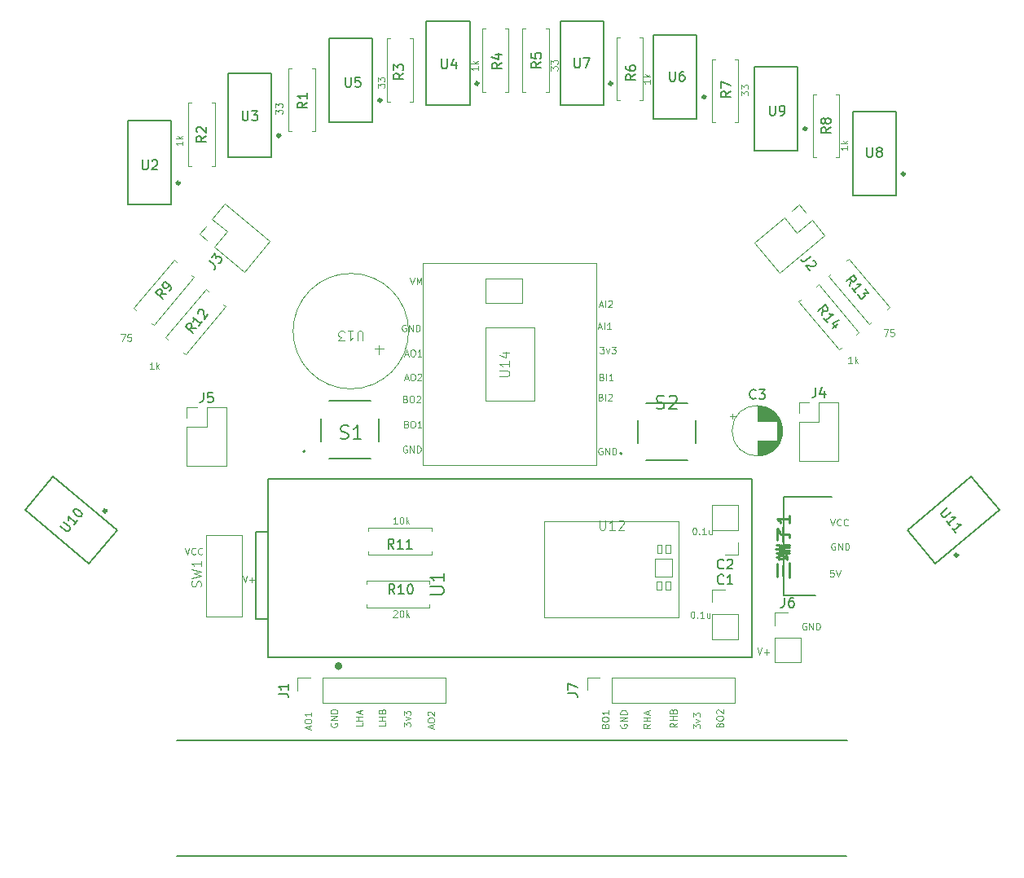
<source format=gto>
%TF.GenerationSoftware,KiCad,Pcbnew,7.0.1*%
%TF.CreationDate,2023-05-14T10:54:03+09:00*%
%TF.ProjectId,trace,74726163-652e-46b6-9963-61645f706362,rev?*%
%TF.SameCoordinates,Original*%
%TF.FileFunction,Legend,Top*%
%TF.FilePolarity,Positive*%
%FSLAX46Y46*%
G04 Gerber Fmt 4.6, Leading zero omitted, Abs format (unit mm)*
G04 Created by KiCad (PCBNEW 7.0.1) date 2023-05-14 10:54:03*
%MOMM*%
%LPD*%
G01*
G04 APERTURE LIST*
%ADD10C,0.150000*%
%ADD11C,0.100000*%
%ADD12C,0.254000*%
%ADD13C,0.200000*%
%ADD14C,0.120000*%
%ADD15C,0.127000*%
%ADD16C,0.300000*%
%ADD17C,0.400000*%
G04 APERTURE END LIST*
D10*
X107400000Y-113400000D02*
X108700000Y-113400000D01*
X107400000Y-104400000D02*
X107400000Y-113400000D01*
X108600000Y-104400000D02*
X107400000Y-104400000D01*
D11*
X168914333Y-64266666D02*
X168914333Y-64666666D01*
X168914333Y-64466666D02*
X168214333Y-64466666D01*
X168214333Y-64466666D02*
X168314333Y-64533333D01*
X168314333Y-64533333D02*
X168381000Y-64600000D01*
X168381000Y-64600000D02*
X168414333Y-64666666D01*
X168914333Y-63966666D02*
X168214333Y-63966666D01*
X168647666Y-63899999D02*
X168914333Y-63699999D01*
X168447666Y-63699999D02*
X168714333Y-63966666D01*
X157914333Y-59000000D02*
X157914333Y-58566666D01*
X157914333Y-58566666D02*
X158181000Y-58800000D01*
X158181000Y-58800000D02*
X158181000Y-58700000D01*
X158181000Y-58700000D02*
X158214333Y-58633333D01*
X158214333Y-58633333D02*
X158247666Y-58600000D01*
X158247666Y-58600000D02*
X158314333Y-58566666D01*
X158314333Y-58566666D02*
X158481000Y-58566666D01*
X158481000Y-58566666D02*
X158547666Y-58600000D01*
X158547666Y-58600000D02*
X158581000Y-58633333D01*
X158581000Y-58633333D02*
X158614333Y-58700000D01*
X158614333Y-58700000D02*
X158614333Y-58900000D01*
X158614333Y-58900000D02*
X158581000Y-58966666D01*
X158581000Y-58966666D02*
X158547666Y-59000000D01*
X157914333Y-58333333D02*
X157914333Y-57899999D01*
X157914333Y-57899999D02*
X158181000Y-58133333D01*
X158181000Y-58133333D02*
X158181000Y-58033333D01*
X158181000Y-58033333D02*
X158214333Y-57966666D01*
X158214333Y-57966666D02*
X158247666Y-57933333D01*
X158247666Y-57933333D02*
X158314333Y-57899999D01*
X158314333Y-57899999D02*
X158481000Y-57899999D01*
X158481000Y-57899999D02*
X158547666Y-57933333D01*
X158547666Y-57933333D02*
X158581000Y-57966666D01*
X158581000Y-57966666D02*
X158614333Y-58033333D01*
X158614333Y-58033333D02*
X158614333Y-58233333D01*
X158614333Y-58233333D02*
X158581000Y-58299999D01*
X158581000Y-58299999D02*
X158547666Y-58333333D01*
X148414333Y-57366666D02*
X148414333Y-57766666D01*
X148414333Y-57566666D02*
X147714333Y-57566666D01*
X147714333Y-57566666D02*
X147814333Y-57633333D01*
X147814333Y-57633333D02*
X147881000Y-57700000D01*
X147881000Y-57700000D02*
X147914333Y-57766666D01*
X148414333Y-57066666D02*
X147714333Y-57066666D01*
X148147666Y-56999999D02*
X148414333Y-56799999D01*
X147947666Y-56799999D02*
X148214333Y-57066666D01*
X138114333Y-56400000D02*
X138114333Y-55966666D01*
X138114333Y-55966666D02*
X138381000Y-56200000D01*
X138381000Y-56200000D02*
X138381000Y-56100000D01*
X138381000Y-56100000D02*
X138414333Y-56033333D01*
X138414333Y-56033333D02*
X138447666Y-56000000D01*
X138447666Y-56000000D02*
X138514333Y-55966666D01*
X138514333Y-55966666D02*
X138681000Y-55966666D01*
X138681000Y-55966666D02*
X138747666Y-56000000D01*
X138747666Y-56000000D02*
X138781000Y-56033333D01*
X138781000Y-56033333D02*
X138814333Y-56100000D01*
X138814333Y-56100000D02*
X138814333Y-56300000D01*
X138814333Y-56300000D02*
X138781000Y-56366666D01*
X138781000Y-56366666D02*
X138747666Y-56400000D01*
X138114333Y-55733333D02*
X138114333Y-55299999D01*
X138114333Y-55299999D02*
X138381000Y-55533333D01*
X138381000Y-55533333D02*
X138381000Y-55433333D01*
X138381000Y-55433333D02*
X138414333Y-55366666D01*
X138414333Y-55366666D02*
X138447666Y-55333333D01*
X138447666Y-55333333D02*
X138514333Y-55299999D01*
X138514333Y-55299999D02*
X138681000Y-55299999D01*
X138681000Y-55299999D02*
X138747666Y-55333333D01*
X138747666Y-55333333D02*
X138781000Y-55366666D01*
X138781000Y-55366666D02*
X138814333Y-55433333D01*
X138814333Y-55433333D02*
X138814333Y-55633333D01*
X138814333Y-55633333D02*
X138781000Y-55699999D01*
X138781000Y-55699999D02*
X138747666Y-55733333D01*
X130514333Y-55966666D02*
X130514333Y-56366666D01*
X130514333Y-56166666D02*
X129814333Y-56166666D01*
X129814333Y-56166666D02*
X129914333Y-56233333D01*
X129914333Y-56233333D02*
X129981000Y-56300000D01*
X129981000Y-56300000D02*
X130014333Y-56366666D01*
X130514333Y-55666666D02*
X129814333Y-55666666D01*
X130247666Y-55599999D02*
X130514333Y-55399999D01*
X130047666Y-55399999D02*
X130314333Y-55666666D01*
X120114333Y-58200000D02*
X120114333Y-57766666D01*
X120114333Y-57766666D02*
X120381000Y-58000000D01*
X120381000Y-58000000D02*
X120381000Y-57900000D01*
X120381000Y-57900000D02*
X120414333Y-57833333D01*
X120414333Y-57833333D02*
X120447666Y-57800000D01*
X120447666Y-57800000D02*
X120514333Y-57766666D01*
X120514333Y-57766666D02*
X120681000Y-57766666D01*
X120681000Y-57766666D02*
X120747666Y-57800000D01*
X120747666Y-57800000D02*
X120781000Y-57833333D01*
X120781000Y-57833333D02*
X120814333Y-57900000D01*
X120814333Y-57900000D02*
X120814333Y-58100000D01*
X120814333Y-58100000D02*
X120781000Y-58166666D01*
X120781000Y-58166666D02*
X120747666Y-58200000D01*
X120114333Y-57533333D02*
X120114333Y-57099999D01*
X120114333Y-57099999D02*
X120381000Y-57333333D01*
X120381000Y-57333333D02*
X120381000Y-57233333D01*
X120381000Y-57233333D02*
X120414333Y-57166666D01*
X120414333Y-57166666D02*
X120447666Y-57133333D01*
X120447666Y-57133333D02*
X120514333Y-57099999D01*
X120514333Y-57099999D02*
X120681000Y-57099999D01*
X120681000Y-57099999D02*
X120747666Y-57133333D01*
X120747666Y-57133333D02*
X120781000Y-57166666D01*
X120781000Y-57166666D02*
X120814333Y-57233333D01*
X120814333Y-57233333D02*
X120814333Y-57433333D01*
X120814333Y-57433333D02*
X120781000Y-57499999D01*
X120781000Y-57499999D02*
X120747666Y-57533333D01*
X99814333Y-63766666D02*
X99814333Y-64166666D01*
X99814333Y-63966666D02*
X99114333Y-63966666D01*
X99114333Y-63966666D02*
X99214333Y-64033333D01*
X99214333Y-64033333D02*
X99281000Y-64100000D01*
X99281000Y-64100000D02*
X99314333Y-64166666D01*
X99814333Y-63466666D02*
X99114333Y-63466666D01*
X99547666Y-63399999D02*
X99814333Y-63199999D01*
X99347666Y-63199999D02*
X99614333Y-63466666D01*
X109514333Y-60900000D02*
X109514333Y-60466666D01*
X109514333Y-60466666D02*
X109781000Y-60700000D01*
X109781000Y-60700000D02*
X109781000Y-60600000D01*
X109781000Y-60600000D02*
X109814333Y-60533333D01*
X109814333Y-60533333D02*
X109847666Y-60500000D01*
X109847666Y-60500000D02*
X109914333Y-60466666D01*
X109914333Y-60466666D02*
X110081000Y-60466666D01*
X110081000Y-60466666D02*
X110147666Y-60500000D01*
X110147666Y-60500000D02*
X110181000Y-60533333D01*
X110181000Y-60533333D02*
X110214333Y-60600000D01*
X110214333Y-60600000D02*
X110214333Y-60800000D01*
X110214333Y-60800000D02*
X110181000Y-60866666D01*
X110181000Y-60866666D02*
X110147666Y-60900000D01*
X109514333Y-60233333D02*
X109514333Y-59799999D01*
X109514333Y-59799999D02*
X109781000Y-60033333D01*
X109781000Y-60033333D02*
X109781000Y-59933333D01*
X109781000Y-59933333D02*
X109814333Y-59866666D01*
X109814333Y-59866666D02*
X109847666Y-59833333D01*
X109847666Y-59833333D02*
X109914333Y-59799999D01*
X109914333Y-59799999D02*
X110081000Y-59799999D01*
X110081000Y-59799999D02*
X110147666Y-59833333D01*
X110147666Y-59833333D02*
X110181000Y-59866666D01*
X110181000Y-59866666D02*
X110214333Y-59933333D01*
X110214333Y-59933333D02*
X110214333Y-60133333D01*
X110214333Y-60133333D02*
X110181000Y-60199999D01*
X110181000Y-60199999D02*
X110147666Y-60233333D01*
X96833333Y-87414333D02*
X96433333Y-87414333D01*
X96633333Y-87414333D02*
X96633333Y-86714333D01*
X96633333Y-86714333D02*
X96566666Y-86814333D01*
X96566666Y-86814333D02*
X96500000Y-86881000D01*
X96500000Y-86881000D02*
X96433333Y-86914333D01*
X97133333Y-87414333D02*
X97133333Y-86714333D01*
X97200000Y-87147666D02*
X97400000Y-87414333D01*
X97400000Y-86947666D02*
X97133333Y-87214333D01*
X93400000Y-83814333D02*
X93866666Y-83814333D01*
X93866666Y-83814333D02*
X93566666Y-84514333D01*
X94466667Y-83814333D02*
X94133333Y-83814333D01*
X94133333Y-83814333D02*
X94100000Y-84147666D01*
X94100000Y-84147666D02*
X94133333Y-84114333D01*
X94133333Y-84114333D02*
X94200000Y-84081000D01*
X94200000Y-84081000D02*
X94366667Y-84081000D01*
X94366667Y-84081000D02*
X94433333Y-84114333D01*
X94433333Y-84114333D02*
X94466667Y-84147666D01*
X94466667Y-84147666D02*
X94500000Y-84214333D01*
X94500000Y-84214333D02*
X94500000Y-84381000D01*
X94500000Y-84381000D02*
X94466667Y-84447666D01*
X94466667Y-84447666D02*
X94433333Y-84481000D01*
X94433333Y-84481000D02*
X94366667Y-84514333D01*
X94366667Y-84514333D02*
X94200000Y-84514333D01*
X94200000Y-84514333D02*
X94133333Y-84481000D01*
X94133333Y-84481000D02*
X94100000Y-84447666D01*
X169433333Y-86814333D02*
X169033333Y-86814333D01*
X169233333Y-86814333D02*
X169233333Y-86114333D01*
X169233333Y-86114333D02*
X169166666Y-86214333D01*
X169166666Y-86214333D02*
X169100000Y-86281000D01*
X169100000Y-86281000D02*
X169033333Y-86314333D01*
X169733333Y-86814333D02*
X169733333Y-86114333D01*
X169800000Y-86547666D02*
X170000000Y-86814333D01*
X170000000Y-86347666D02*
X169733333Y-86614333D01*
X172700000Y-83314333D02*
X173166666Y-83314333D01*
X173166666Y-83314333D02*
X172866666Y-84014333D01*
X173766667Y-83314333D02*
X173433333Y-83314333D01*
X173433333Y-83314333D02*
X173400000Y-83647666D01*
X173400000Y-83647666D02*
X173433333Y-83614333D01*
X173433333Y-83614333D02*
X173500000Y-83581000D01*
X173500000Y-83581000D02*
X173666667Y-83581000D01*
X173666667Y-83581000D02*
X173733333Y-83614333D01*
X173733333Y-83614333D02*
X173766667Y-83647666D01*
X173766667Y-83647666D02*
X173800000Y-83714333D01*
X173800000Y-83714333D02*
X173800000Y-83881000D01*
X173800000Y-83881000D02*
X173766667Y-83947666D01*
X173766667Y-83947666D02*
X173733333Y-83981000D01*
X173733333Y-83981000D02*
X173666667Y-84014333D01*
X173666667Y-84014333D02*
X173500000Y-84014333D01*
X173500000Y-84014333D02*
X173433333Y-83981000D01*
X173433333Y-83981000D02*
X173400000Y-83947666D01*
X153000000Y-103914333D02*
X153066666Y-103914333D01*
X153066666Y-103914333D02*
X153133333Y-103947666D01*
X153133333Y-103947666D02*
X153166666Y-103981000D01*
X153166666Y-103981000D02*
X153200000Y-104047666D01*
X153200000Y-104047666D02*
X153233333Y-104181000D01*
X153233333Y-104181000D02*
X153233333Y-104347666D01*
X153233333Y-104347666D02*
X153200000Y-104481000D01*
X153200000Y-104481000D02*
X153166666Y-104547666D01*
X153166666Y-104547666D02*
X153133333Y-104581000D01*
X153133333Y-104581000D02*
X153066666Y-104614333D01*
X153066666Y-104614333D02*
X153000000Y-104614333D01*
X153000000Y-104614333D02*
X152933333Y-104581000D01*
X152933333Y-104581000D02*
X152900000Y-104547666D01*
X152900000Y-104547666D02*
X152866666Y-104481000D01*
X152866666Y-104481000D02*
X152833333Y-104347666D01*
X152833333Y-104347666D02*
X152833333Y-104181000D01*
X152833333Y-104181000D02*
X152866666Y-104047666D01*
X152866666Y-104047666D02*
X152900000Y-103981000D01*
X152900000Y-103981000D02*
X152933333Y-103947666D01*
X152933333Y-103947666D02*
X153000000Y-103914333D01*
X153533333Y-104547666D02*
X153566667Y-104581000D01*
X153566667Y-104581000D02*
X153533333Y-104614333D01*
X153533333Y-104614333D02*
X153500000Y-104581000D01*
X153500000Y-104581000D02*
X153533333Y-104547666D01*
X153533333Y-104547666D02*
X153533333Y-104614333D01*
X154233333Y-104614333D02*
X153833333Y-104614333D01*
X154033333Y-104614333D02*
X154033333Y-103914333D01*
X154033333Y-103914333D02*
X153966666Y-104014333D01*
X153966666Y-104014333D02*
X153900000Y-104081000D01*
X153900000Y-104081000D02*
X153833333Y-104114333D01*
X154833333Y-104147666D02*
X154833333Y-104614333D01*
X154533333Y-104147666D02*
X154533333Y-104514333D01*
X154533333Y-104514333D02*
X154566667Y-104581000D01*
X154566667Y-104581000D02*
X154633333Y-104614333D01*
X154633333Y-104614333D02*
X154733333Y-104614333D01*
X154733333Y-104614333D02*
X154800000Y-104581000D01*
X154800000Y-104581000D02*
X154833333Y-104547666D01*
X152800000Y-112614333D02*
X152866666Y-112614333D01*
X152866666Y-112614333D02*
X152933333Y-112647666D01*
X152933333Y-112647666D02*
X152966666Y-112681000D01*
X152966666Y-112681000D02*
X153000000Y-112747666D01*
X153000000Y-112747666D02*
X153033333Y-112881000D01*
X153033333Y-112881000D02*
X153033333Y-113047666D01*
X153033333Y-113047666D02*
X153000000Y-113181000D01*
X153000000Y-113181000D02*
X152966666Y-113247666D01*
X152966666Y-113247666D02*
X152933333Y-113281000D01*
X152933333Y-113281000D02*
X152866666Y-113314333D01*
X152866666Y-113314333D02*
X152800000Y-113314333D01*
X152800000Y-113314333D02*
X152733333Y-113281000D01*
X152733333Y-113281000D02*
X152700000Y-113247666D01*
X152700000Y-113247666D02*
X152666666Y-113181000D01*
X152666666Y-113181000D02*
X152633333Y-113047666D01*
X152633333Y-113047666D02*
X152633333Y-112881000D01*
X152633333Y-112881000D02*
X152666666Y-112747666D01*
X152666666Y-112747666D02*
X152700000Y-112681000D01*
X152700000Y-112681000D02*
X152733333Y-112647666D01*
X152733333Y-112647666D02*
X152800000Y-112614333D01*
X153333333Y-113247666D02*
X153366667Y-113281000D01*
X153366667Y-113281000D02*
X153333333Y-113314333D01*
X153333333Y-113314333D02*
X153300000Y-113281000D01*
X153300000Y-113281000D02*
X153333333Y-113247666D01*
X153333333Y-113247666D02*
X153333333Y-113314333D01*
X154033333Y-113314333D02*
X153633333Y-113314333D01*
X153833333Y-113314333D02*
X153833333Y-112614333D01*
X153833333Y-112614333D02*
X153766666Y-112714333D01*
X153766666Y-112714333D02*
X153700000Y-112781000D01*
X153700000Y-112781000D02*
X153633333Y-112814333D01*
X154633333Y-112847666D02*
X154633333Y-113314333D01*
X154333333Y-112847666D02*
X154333333Y-113214333D01*
X154333333Y-113214333D02*
X154366667Y-113281000D01*
X154366667Y-113281000D02*
X154433333Y-113314333D01*
X154433333Y-113314333D02*
X154533333Y-113314333D01*
X154533333Y-113314333D02*
X154600000Y-113281000D01*
X154600000Y-113281000D02*
X154633333Y-113247666D01*
X122133333Y-103514333D02*
X121733333Y-103514333D01*
X121933333Y-103514333D02*
X121933333Y-102814333D01*
X121933333Y-102814333D02*
X121866666Y-102914333D01*
X121866666Y-102914333D02*
X121800000Y-102981000D01*
X121800000Y-102981000D02*
X121733333Y-103014333D01*
X122566667Y-102814333D02*
X122633333Y-102814333D01*
X122633333Y-102814333D02*
X122700000Y-102847666D01*
X122700000Y-102847666D02*
X122733333Y-102881000D01*
X122733333Y-102881000D02*
X122766667Y-102947666D01*
X122766667Y-102947666D02*
X122800000Y-103081000D01*
X122800000Y-103081000D02*
X122800000Y-103247666D01*
X122800000Y-103247666D02*
X122766667Y-103381000D01*
X122766667Y-103381000D02*
X122733333Y-103447666D01*
X122733333Y-103447666D02*
X122700000Y-103481000D01*
X122700000Y-103481000D02*
X122633333Y-103514333D01*
X122633333Y-103514333D02*
X122566667Y-103514333D01*
X122566667Y-103514333D02*
X122500000Y-103481000D01*
X122500000Y-103481000D02*
X122466667Y-103447666D01*
X122466667Y-103447666D02*
X122433333Y-103381000D01*
X122433333Y-103381000D02*
X122400000Y-103247666D01*
X122400000Y-103247666D02*
X122400000Y-103081000D01*
X122400000Y-103081000D02*
X122433333Y-102947666D01*
X122433333Y-102947666D02*
X122466667Y-102881000D01*
X122466667Y-102881000D02*
X122500000Y-102847666D01*
X122500000Y-102847666D02*
X122566667Y-102814333D01*
X123100000Y-103514333D02*
X123100000Y-102814333D01*
X123166667Y-103247666D02*
X123366667Y-103514333D01*
X123366667Y-103047666D02*
X123100000Y-103314333D01*
X121733333Y-112581000D02*
X121766666Y-112547666D01*
X121766666Y-112547666D02*
X121833333Y-112514333D01*
X121833333Y-112514333D02*
X122000000Y-112514333D01*
X122000000Y-112514333D02*
X122066666Y-112547666D01*
X122066666Y-112547666D02*
X122100000Y-112581000D01*
X122100000Y-112581000D02*
X122133333Y-112647666D01*
X122133333Y-112647666D02*
X122133333Y-112714333D01*
X122133333Y-112714333D02*
X122100000Y-112814333D01*
X122100000Y-112814333D02*
X121700000Y-113214333D01*
X121700000Y-113214333D02*
X122133333Y-113214333D01*
X122566667Y-112514333D02*
X122633333Y-112514333D01*
X122633333Y-112514333D02*
X122700000Y-112547666D01*
X122700000Y-112547666D02*
X122733333Y-112581000D01*
X122733333Y-112581000D02*
X122766667Y-112647666D01*
X122766667Y-112647666D02*
X122800000Y-112781000D01*
X122800000Y-112781000D02*
X122800000Y-112947666D01*
X122800000Y-112947666D02*
X122766667Y-113081000D01*
X122766667Y-113081000D02*
X122733333Y-113147666D01*
X122733333Y-113147666D02*
X122700000Y-113181000D01*
X122700000Y-113181000D02*
X122633333Y-113214333D01*
X122633333Y-113214333D02*
X122566667Y-113214333D01*
X122566667Y-113214333D02*
X122500000Y-113181000D01*
X122500000Y-113181000D02*
X122466667Y-113147666D01*
X122466667Y-113147666D02*
X122433333Y-113081000D01*
X122433333Y-113081000D02*
X122400000Y-112947666D01*
X122400000Y-112947666D02*
X122400000Y-112781000D01*
X122400000Y-112781000D02*
X122433333Y-112647666D01*
X122433333Y-112647666D02*
X122466667Y-112581000D01*
X122466667Y-112581000D02*
X122500000Y-112547666D01*
X122500000Y-112547666D02*
X122566667Y-112514333D01*
X123100000Y-113214333D02*
X123100000Y-112514333D01*
X123166667Y-112947666D02*
X123366667Y-113214333D01*
X123366667Y-112747666D02*
X123100000Y-113014333D01*
X167500000Y-108314333D02*
X167166666Y-108314333D01*
X167166666Y-108314333D02*
X167133333Y-108647666D01*
X167133333Y-108647666D02*
X167166666Y-108614333D01*
X167166666Y-108614333D02*
X167233333Y-108581000D01*
X167233333Y-108581000D02*
X167400000Y-108581000D01*
X167400000Y-108581000D02*
X167466666Y-108614333D01*
X167466666Y-108614333D02*
X167500000Y-108647666D01*
X167500000Y-108647666D02*
X167533333Y-108714333D01*
X167533333Y-108714333D02*
X167533333Y-108881000D01*
X167533333Y-108881000D02*
X167500000Y-108947666D01*
X167500000Y-108947666D02*
X167466666Y-108981000D01*
X167466666Y-108981000D02*
X167400000Y-109014333D01*
X167400000Y-109014333D02*
X167233333Y-109014333D01*
X167233333Y-109014333D02*
X167166666Y-108981000D01*
X167166666Y-108981000D02*
X167133333Y-108947666D01*
X167733333Y-108314333D02*
X167966667Y-109014333D01*
X167966667Y-109014333D02*
X168200000Y-108314333D01*
X167633333Y-105547666D02*
X167566666Y-105514333D01*
X167566666Y-105514333D02*
X167466666Y-105514333D01*
X167466666Y-105514333D02*
X167366666Y-105547666D01*
X167366666Y-105547666D02*
X167300000Y-105614333D01*
X167300000Y-105614333D02*
X167266666Y-105681000D01*
X167266666Y-105681000D02*
X167233333Y-105814333D01*
X167233333Y-105814333D02*
X167233333Y-105914333D01*
X167233333Y-105914333D02*
X167266666Y-106047666D01*
X167266666Y-106047666D02*
X167300000Y-106114333D01*
X167300000Y-106114333D02*
X167366666Y-106181000D01*
X167366666Y-106181000D02*
X167466666Y-106214333D01*
X167466666Y-106214333D02*
X167533333Y-106214333D01*
X167533333Y-106214333D02*
X167633333Y-106181000D01*
X167633333Y-106181000D02*
X167666666Y-106147666D01*
X167666666Y-106147666D02*
X167666666Y-105914333D01*
X167666666Y-105914333D02*
X167533333Y-105914333D01*
X167966666Y-106214333D02*
X167966666Y-105514333D01*
X167966666Y-105514333D02*
X168366666Y-106214333D01*
X168366666Y-106214333D02*
X168366666Y-105514333D01*
X168699999Y-106214333D02*
X168699999Y-105514333D01*
X168699999Y-105514333D02*
X168866666Y-105514333D01*
X168866666Y-105514333D02*
X168966666Y-105547666D01*
X168966666Y-105547666D02*
X169033333Y-105614333D01*
X169033333Y-105614333D02*
X169066666Y-105681000D01*
X169066666Y-105681000D02*
X169099999Y-105814333D01*
X169099999Y-105814333D02*
X169099999Y-105914333D01*
X169099999Y-105914333D02*
X169066666Y-106047666D01*
X169066666Y-106047666D02*
X169033333Y-106114333D01*
X169033333Y-106114333D02*
X168966666Y-106181000D01*
X168966666Y-106181000D02*
X168866666Y-106214333D01*
X168866666Y-106214333D02*
X168699999Y-106214333D01*
X167166666Y-103014333D02*
X167400000Y-103714333D01*
X167400000Y-103714333D02*
X167633333Y-103014333D01*
X168266666Y-103647666D02*
X168233333Y-103681000D01*
X168233333Y-103681000D02*
X168133333Y-103714333D01*
X168133333Y-103714333D02*
X168066666Y-103714333D01*
X168066666Y-103714333D02*
X167966666Y-103681000D01*
X167966666Y-103681000D02*
X167900000Y-103614333D01*
X167900000Y-103614333D02*
X167866666Y-103547666D01*
X167866666Y-103547666D02*
X167833333Y-103414333D01*
X167833333Y-103414333D02*
X167833333Y-103314333D01*
X167833333Y-103314333D02*
X167866666Y-103181000D01*
X167866666Y-103181000D02*
X167900000Y-103114333D01*
X167900000Y-103114333D02*
X167966666Y-103047666D01*
X167966666Y-103047666D02*
X168066666Y-103014333D01*
X168066666Y-103014333D02*
X168133333Y-103014333D01*
X168133333Y-103014333D02*
X168233333Y-103047666D01*
X168233333Y-103047666D02*
X168266666Y-103081000D01*
X168966666Y-103647666D02*
X168933333Y-103681000D01*
X168933333Y-103681000D02*
X168833333Y-103714333D01*
X168833333Y-103714333D02*
X168766666Y-103714333D01*
X168766666Y-103714333D02*
X168666666Y-103681000D01*
X168666666Y-103681000D02*
X168600000Y-103614333D01*
X168600000Y-103614333D02*
X168566666Y-103547666D01*
X168566666Y-103547666D02*
X168533333Y-103414333D01*
X168533333Y-103414333D02*
X168533333Y-103314333D01*
X168533333Y-103314333D02*
X168566666Y-103181000D01*
X168566666Y-103181000D02*
X168600000Y-103114333D01*
X168600000Y-103114333D02*
X168666666Y-103047666D01*
X168666666Y-103047666D02*
X168766666Y-103014333D01*
X168766666Y-103014333D02*
X168833333Y-103014333D01*
X168833333Y-103014333D02*
X168933333Y-103047666D01*
X168933333Y-103047666D02*
X168966666Y-103081000D01*
X106066666Y-108914333D02*
X106300000Y-109614333D01*
X106300000Y-109614333D02*
X106533333Y-108914333D01*
X106766666Y-109347666D02*
X107300000Y-109347666D01*
X107033333Y-109614333D02*
X107033333Y-109081000D01*
X100066666Y-106014333D02*
X100300000Y-106714333D01*
X100300000Y-106714333D02*
X100533333Y-106014333D01*
X101166666Y-106647666D02*
X101133333Y-106681000D01*
X101133333Y-106681000D02*
X101033333Y-106714333D01*
X101033333Y-106714333D02*
X100966666Y-106714333D01*
X100966666Y-106714333D02*
X100866666Y-106681000D01*
X100866666Y-106681000D02*
X100800000Y-106614333D01*
X100800000Y-106614333D02*
X100766666Y-106547666D01*
X100766666Y-106547666D02*
X100733333Y-106414333D01*
X100733333Y-106414333D02*
X100733333Y-106314333D01*
X100733333Y-106314333D02*
X100766666Y-106181000D01*
X100766666Y-106181000D02*
X100800000Y-106114333D01*
X100800000Y-106114333D02*
X100866666Y-106047666D01*
X100866666Y-106047666D02*
X100966666Y-106014333D01*
X100966666Y-106014333D02*
X101033333Y-106014333D01*
X101033333Y-106014333D02*
X101133333Y-106047666D01*
X101133333Y-106047666D02*
X101166666Y-106081000D01*
X101866666Y-106647666D02*
X101833333Y-106681000D01*
X101833333Y-106681000D02*
X101733333Y-106714333D01*
X101733333Y-106714333D02*
X101666666Y-106714333D01*
X101666666Y-106714333D02*
X101566666Y-106681000D01*
X101566666Y-106681000D02*
X101500000Y-106614333D01*
X101500000Y-106614333D02*
X101466666Y-106547666D01*
X101466666Y-106547666D02*
X101433333Y-106414333D01*
X101433333Y-106414333D02*
X101433333Y-106314333D01*
X101433333Y-106314333D02*
X101466666Y-106181000D01*
X101466666Y-106181000D02*
X101500000Y-106114333D01*
X101500000Y-106114333D02*
X101566666Y-106047666D01*
X101566666Y-106047666D02*
X101666666Y-106014333D01*
X101666666Y-106014333D02*
X101733333Y-106014333D01*
X101733333Y-106014333D02*
X101833333Y-106047666D01*
X101833333Y-106047666D02*
X101866666Y-106081000D01*
X159566666Y-116414333D02*
X159800000Y-117114333D01*
X159800000Y-117114333D02*
X160033333Y-116414333D01*
X160266666Y-116847666D02*
X160800000Y-116847666D01*
X160533333Y-117114333D02*
X160533333Y-116581000D01*
X164633333Y-113847666D02*
X164566666Y-113814333D01*
X164566666Y-113814333D02*
X164466666Y-113814333D01*
X164466666Y-113814333D02*
X164366666Y-113847666D01*
X164366666Y-113847666D02*
X164300000Y-113914333D01*
X164300000Y-113914333D02*
X164266666Y-113981000D01*
X164266666Y-113981000D02*
X164233333Y-114114333D01*
X164233333Y-114114333D02*
X164233333Y-114214333D01*
X164233333Y-114214333D02*
X164266666Y-114347666D01*
X164266666Y-114347666D02*
X164300000Y-114414333D01*
X164300000Y-114414333D02*
X164366666Y-114481000D01*
X164366666Y-114481000D02*
X164466666Y-114514333D01*
X164466666Y-114514333D02*
X164533333Y-114514333D01*
X164533333Y-114514333D02*
X164633333Y-114481000D01*
X164633333Y-114481000D02*
X164666666Y-114447666D01*
X164666666Y-114447666D02*
X164666666Y-114214333D01*
X164666666Y-114214333D02*
X164533333Y-114214333D01*
X164966666Y-114514333D02*
X164966666Y-113814333D01*
X164966666Y-113814333D02*
X165366666Y-114514333D01*
X165366666Y-114514333D02*
X165366666Y-113814333D01*
X165699999Y-114514333D02*
X165699999Y-113814333D01*
X165699999Y-113814333D02*
X165866666Y-113814333D01*
X165866666Y-113814333D02*
X165966666Y-113847666D01*
X165966666Y-113847666D02*
X166033333Y-113914333D01*
X166033333Y-113914333D02*
X166066666Y-113981000D01*
X166066666Y-113981000D02*
X166099999Y-114114333D01*
X166099999Y-114114333D02*
X166099999Y-114214333D01*
X166099999Y-114214333D02*
X166066666Y-114347666D01*
X166066666Y-114347666D02*
X166033333Y-114414333D01*
X166033333Y-114414333D02*
X165966666Y-114481000D01*
X165966666Y-114481000D02*
X165866666Y-114514333D01*
X165866666Y-114514333D02*
X165699999Y-114514333D01*
X143747666Y-124500000D02*
X143781000Y-124400000D01*
X143781000Y-124400000D02*
X143814333Y-124366666D01*
X143814333Y-124366666D02*
X143881000Y-124333333D01*
X143881000Y-124333333D02*
X143981000Y-124333333D01*
X143981000Y-124333333D02*
X144047666Y-124366666D01*
X144047666Y-124366666D02*
X144081000Y-124400000D01*
X144081000Y-124400000D02*
X144114333Y-124466666D01*
X144114333Y-124466666D02*
X144114333Y-124733333D01*
X144114333Y-124733333D02*
X143414333Y-124733333D01*
X143414333Y-124733333D02*
X143414333Y-124500000D01*
X143414333Y-124500000D02*
X143447666Y-124433333D01*
X143447666Y-124433333D02*
X143481000Y-124400000D01*
X143481000Y-124400000D02*
X143547666Y-124366666D01*
X143547666Y-124366666D02*
X143614333Y-124366666D01*
X143614333Y-124366666D02*
X143681000Y-124400000D01*
X143681000Y-124400000D02*
X143714333Y-124433333D01*
X143714333Y-124433333D02*
X143747666Y-124500000D01*
X143747666Y-124500000D02*
X143747666Y-124733333D01*
X143414333Y-123900000D02*
X143414333Y-123766666D01*
X143414333Y-123766666D02*
X143447666Y-123700000D01*
X143447666Y-123700000D02*
X143514333Y-123633333D01*
X143514333Y-123633333D02*
X143647666Y-123600000D01*
X143647666Y-123600000D02*
X143881000Y-123600000D01*
X143881000Y-123600000D02*
X144014333Y-123633333D01*
X144014333Y-123633333D02*
X144081000Y-123700000D01*
X144081000Y-123700000D02*
X144114333Y-123766666D01*
X144114333Y-123766666D02*
X144114333Y-123900000D01*
X144114333Y-123900000D02*
X144081000Y-123966666D01*
X144081000Y-123966666D02*
X144014333Y-124033333D01*
X144014333Y-124033333D02*
X143881000Y-124066666D01*
X143881000Y-124066666D02*
X143647666Y-124066666D01*
X143647666Y-124066666D02*
X143514333Y-124033333D01*
X143514333Y-124033333D02*
X143447666Y-123966666D01*
X143447666Y-123966666D02*
X143414333Y-123900000D01*
X144114333Y-122933333D02*
X144114333Y-123333333D01*
X144114333Y-123133333D02*
X143414333Y-123133333D01*
X143414333Y-123133333D02*
X143514333Y-123200000D01*
X143514333Y-123200000D02*
X143581000Y-123266667D01*
X143581000Y-123266667D02*
X143614333Y-123333333D01*
X155647666Y-124400000D02*
X155681000Y-124300000D01*
X155681000Y-124300000D02*
X155714333Y-124266666D01*
X155714333Y-124266666D02*
X155781000Y-124233333D01*
X155781000Y-124233333D02*
X155881000Y-124233333D01*
X155881000Y-124233333D02*
X155947666Y-124266666D01*
X155947666Y-124266666D02*
X155981000Y-124300000D01*
X155981000Y-124300000D02*
X156014333Y-124366666D01*
X156014333Y-124366666D02*
X156014333Y-124633333D01*
X156014333Y-124633333D02*
X155314333Y-124633333D01*
X155314333Y-124633333D02*
X155314333Y-124400000D01*
X155314333Y-124400000D02*
X155347666Y-124333333D01*
X155347666Y-124333333D02*
X155381000Y-124300000D01*
X155381000Y-124300000D02*
X155447666Y-124266666D01*
X155447666Y-124266666D02*
X155514333Y-124266666D01*
X155514333Y-124266666D02*
X155581000Y-124300000D01*
X155581000Y-124300000D02*
X155614333Y-124333333D01*
X155614333Y-124333333D02*
X155647666Y-124400000D01*
X155647666Y-124400000D02*
X155647666Y-124633333D01*
X155314333Y-123800000D02*
X155314333Y-123666666D01*
X155314333Y-123666666D02*
X155347666Y-123600000D01*
X155347666Y-123600000D02*
X155414333Y-123533333D01*
X155414333Y-123533333D02*
X155547666Y-123500000D01*
X155547666Y-123500000D02*
X155781000Y-123500000D01*
X155781000Y-123500000D02*
X155914333Y-123533333D01*
X155914333Y-123533333D02*
X155981000Y-123600000D01*
X155981000Y-123600000D02*
X156014333Y-123666666D01*
X156014333Y-123666666D02*
X156014333Y-123800000D01*
X156014333Y-123800000D02*
X155981000Y-123866666D01*
X155981000Y-123866666D02*
X155914333Y-123933333D01*
X155914333Y-123933333D02*
X155781000Y-123966666D01*
X155781000Y-123966666D02*
X155547666Y-123966666D01*
X155547666Y-123966666D02*
X155414333Y-123933333D01*
X155414333Y-123933333D02*
X155347666Y-123866666D01*
X155347666Y-123866666D02*
X155314333Y-123800000D01*
X155381000Y-123233333D02*
X155347666Y-123200000D01*
X155347666Y-123200000D02*
X155314333Y-123133333D01*
X155314333Y-123133333D02*
X155314333Y-122966667D01*
X155314333Y-122966667D02*
X155347666Y-122900000D01*
X155347666Y-122900000D02*
X155381000Y-122866667D01*
X155381000Y-122866667D02*
X155447666Y-122833333D01*
X155447666Y-122833333D02*
X155514333Y-122833333D01*
X155514333Y-122833333D02*
X155614333Y-122866667D01*
X155614333Y-122866667D02*
X156014333Y-123266667D01*
X156014333Y-123266667D02*
X156014333Y-122833333D01*
X152914333Y-124800000D02*
X152914333Y-124366666D01*
X152914333Y-124366666D02*
X153181000Y-124600000D01*
X153181000Y-124600000D02*
X153181000Y-124500000D01*
X153181000Y-124500000D02*
X153214333Y-124433333D01*
X153214333Y-124433333D02*
X153247666Y-124400000D01*
X153247666Y-124400000D02*
X153314333Y-124366666D01*
X153314333Y-124366666D02*
X153481000Y-124366666D01*
X153481000Y-124366666D02*
X153547666Y-124400000D01*
X153547666Y-124400000D02*
X153581000Y-124433333D01*
X153581000Y-124433333D02*
X153614333Y-124500000D01*
X153614333Y-124500000D02*
X153614333Y-124700000D01*
X153614333Y-124700000D02*
X153581000Y-124766666D01*
X153581000Y-124766666D02*
X153547666Y-124800000D01*
X153147666Y-124133333D02*
X153614333Y-123966666D01*
X153614333Y-123966666D02*
X153147666Y-123799999D01*
X152914333Y-123600000D02*
X152914333Y-123166666D01*
X152914333Y-123166666D02*
X153181000Y-123400000D01*
X153181000Y-123400000D02*
X153181000Y-123300000D01*
X153181000Y-123300000D02*
X153214333Y-123233333D01*
X153214333Y-123233333D02*
X153247666Y-123200000D01*
X153247666Y-123200000D02*
X153314333Y-123166666D01*
X153314333Y-123166666D02*
X153481000Y-123166666D01*
X153481000Y-123166666D02*
X153547666Y-123200000D01*
X153547666Y-123200000D02*
X153581000Y-123233333D01*
X153581000Y-123233333D02*
X153614333Y-123300000D01*
X153614333Y-123300000D02*
X153614333Y-123500000D01*
X153614333Y-123500000D02*
X153581000Y-123566666D01*
X153581000Y-123566666D02*
X153547666Y-123600000D01*
X151180333Y-124233333D02*
X150847000Y-124466666D01*
X151180333Y-124633333D02*
X150480333Y-124633333D01*
X150480333Y-124633333D02*
X150480333Y-124366666D01*
X150480333Y-124366666D02*
X150513666Y-124300000D01*
X150513666Y-124300000D02*
X150547000Y-124266666D01*
X150547000Y-124266666D02*
X150613666Y-124233333D01*
X150613666Y-124233333D02*
X150713666Y-124233333D01*
X150713666Y-124233333D02*
X150780333Y-124266666D01*
X150780333Y-124266666D02*
X150813666Y-124300000D01*
X150813666Y-124300000D02*
X150847000Y-124366666D01*
X150847000Y-124366666D02*
X150847000Y-124633333D01*
X151180333Y-123933333D02*
X150480333Y-123933333D01*
X150813666Y-123933333D02*
X150813666Y-123533333D01*
X151180333Y-123533333D02*
X150480333Y-123533333D01*
X150813666Y-122966667D02*
X150847000Y-122866667D01*
X150847000Y-122866667D02*
X150880333Y-122833333D01*
X150880333Y-122833333D02*
X150947000Y-122800000D01*
X150947000Y-122800000D02*
X151047000Y-122800000D01*
X151047000Y-122800000D02*
X151113666Y-122833333D01*
X151113666Y-122833333D02*
X151147000Y-122866667D01*
X151147000Y-122866667D02*
X151180333Y-122933333D01*
X151180333Y-122933333D02*
X151180333Y-123200000D01*
X151180333Y-123200000D02*
X150480333Y-123200000D01*
X150480333Y-123200000D02*
X150480333Y-122966667D01*
X150480333Y-122966667D02*
X150513666Y-122900000D01*
X150513666Y-122900000D02*
X150547000Y-122866667D01*
X150547000Y-122866667D02*
X150613666Y-122833333D01*
X150613666Y-122833333D02*
X150680333Y-122833333D01*
X150680333Y-122833333D02*
X150747000Y-122866667D01*
X150747000Y-122866667D02*
X150780333Y-122900000D01*
X150780333Y-122900000D02*
X150813666Y-122966667D01*
X150813666Y-122966667D02*
X150813666Y-123200000D01*
X148414333Y-124333333D02*
X148081000Y-124566666D01*
X148414333Y-124733333D02*
X147714333Y-124733333D01*
X147714333Y-124733333D02*
X147714333Y-124466666D01*
X147714333Y-124466666D02*
X147747666Y-124400000D01*
X147747666Y-124400000D02*
X147781000Y-124366666D01*
X147781000Y-124366666D02*
X147847666Y-124333333D01*
X147847666Y-124333333D02*
X147947666Y-124333333D01*
X147947666Y-124333333D02*
X148014333Y-124366666D01*
X148014333Y-124366666D02*
X148047666Y-124400000D01*
X148047666Y-124400000D02*
X148081000Y-124466666D01*
X148081000Y-124466666D02*
X148081000Y-124733333D01*
X148414333Y-124033333D02*
X147714333Y-124033333D01*
X148047666Y-124033333D02*
X148047666Y-123633333D01*
X148414333Y-123633333D02*
X147714333Y-123633333D01*
X148214333Y-123333333D02*
X148214333Y-123000000D01*
X148414333Y-123400000D02*
X147714333Y-123166667D01*
X147714333Y-123166667D02*
X148414333Y-122933333D01*
X145347666Y-124366666D02*
X145314333Y-124433333D01*
X145314333Y-124433333D02*
X145314333Y-124533333D01*
X145314333Y-124533333D02*
X145347666Y-124633333D01*
X145347666Y-124633333D02*
X145414333Y-124700000D01*
X145414333Y-124700000D02*
X145481000Y-124733333D01*
X145481000Y-124733333D02*
X145614333Y-124766666D01*
X145614333Y-124766666D02*
X145714333Y-124766666D01*
X145714333Y-124766666D02*
X145847666Y-124733333D01*
X145847666Y-124733333D02*
X145914333Y-124700000D01*
X145914333Y-124700000D02*
X145981000Y-124633333D01*
X145981000Y-124633333D02*
X146014333Y-124533333D01*
X146014333Y-124533333D02*
X146014333Y-124466666D01*
X146014333Y-124466666D02*
X145981000Y-124366666D01*
X145981000Y-124366666D02*
X145947666Y-124333333D01*
X145947666Y-124333333D02*
X145714333Y-124333333D01*
X145714333Y-124333333D02*
X145714333Y-124466666D01*
X146014333Y-124033333D02*
X145314333Y-124033333D01*
X145314333Y-124033333D02*
X146014333Y-123633333D01*
X146014333Y-123633333D02*
X145314333Y-123633333D01*
X146014333Y-123300000D02*
X145314333Y-123300000D01*
X145314333Y-123300000D02*
X145314333Y-123133333D01*
X145314333Y-123133333D02*
X145347666Y-123033333D01*
X145347666Y-123033333D02*
X145414333Y-122966667D01*
X145414333Y-122966667D02*
X145481000Y-122933333D01*
X145481000Y-122933333D02*
X145614333Y-122900000D01*
X145614333Y-122900000D02*
X145714333Y-122900000D01*
X145714333Y-122900000D02*
X145847666Y-122933333D01*
X145847666Y-122933333D02*
X145914333Y-122966667D01*
X145914333Y-122966667D02*
X145981000Y-123033333D01*
X145981000Y-123033333D02*
X146014333Y-123133333D01*
X146014333Y-123133333D02*
X146014333Y-123300000D01*
X125814333Y-124766666D02*
X125814333Y-124433333D01*
X126014333Y-124833333D02*
X125314333Y-124600000D01*
X125314333Y-124600000D02*
X126014333Y-124366666D01*
X125314333Y-124000000D02*
X125314333Y-123866666D01*
X125314333Y-123866666D02*
X125347666Y-123800000D01*
X125347666Y-123800000D02*
X125414333Y-123733333D01*
X125414333Y-123733333D02*
X125547666Y-123700000D01*
X125547666Y-123700000D02*
X125781000Y-123700000D01*
X125781000Y-123700000D02*
X125914333Y-123733333D01*
X125914333Y-123733333D02*
X125981000Y-123800000D01*
X125981000Y-123800000D02*
X126014333Y-123866666D01*
X126014333Y-123866666D02*
X126014333Y-124000000D01*
X126014333Y-124000000D02*
X125981000Y-124066666D01*
X125981000Y-124066666D02*
X125914333Y-124133333D01*
X125914333Y-124133333D02*
X125781000Y-124166666D01*
X125781000Y-124166666D02*
X125547666Y-124166666D01*
X125547666Y-124166666D02*
X125414333Y-124133333D01*
X125414333Y-124133333D02*
X125347666Y-124066666D01*
X125347666Y-124066666D02*
X125314333Y-124000000D01*
X125381000Y-123433333D02*
X125347666Y-123400000D01*
X125347666Y-123400000D02*
X125314333Y-123333333D01*
X125314333Y-123333333D02*
X125314333Y-123166667D01*
X125314333Y-123166667D02*
X125347666Y-123100000D01*
X125347666Y-123100000D02*
X125381000Y-123066667D01*
X125381000Y-123066667D02*
X125447666Y-123033333D01*
X125447666Y-123033333D02*
X125514333Y-123033333D01*
X125514333Y-123033333D02*
X125614333Y-123066667D01*
X125614333Y-123066667D02*
X126014333Y-123466667D01*
X126014333Y-123466667D02*
X126014333Y-123033333D01*
X122814333Y-124600000D02*
X122814333Y-124166666D01*
X122814333Y-124166666D02*
X123081000Y-124400000D01*
X123081000Y-124400000D02*
X123081000Y-124300000D01*
X123081000Y-124300000D02*
X123114333Y-124233333D01*
X123114333Y-124233333D02*
X123147666Y-124200000D01*
X123147666Y-124200000D02*
X123214333Y-124166666D01*
X123214333Y-124166666D02*
X123381000Y-124166666D01*
X123381000Y-124166666D02*
X123447666Y-124200000D01*
X123447666Y-124200000D02*
X123481000Y-124233333D01*
X123481000Y-124233333D02*
X123514333Y-124300000D01*
X123514333Y-124300000D02*
X123514333Y-124500000D01*
X123514333Y-124500000D02*
X123481000Y-124566666D01*
X123481000Y-124566666D02*
X123447666Y-124600000D01*
X123047666Y-123933333D02*
X123514333Y-123766666D01*
X123514333Y-123766666D02*
X123047666Y-123599999D01*
X122814333Y-123400000D02*
X122814333Y-122966666D01*
X122814333Y-122966666D02*
X123081000Y-123200000D01*
X123081000Y-123200000D02*
X123081000Y-123100000D01*
X123081000Y-123100000D02*
X123114333Y-123033333D01*
X123114333Y-123033333D02*
X123147666Y-123000000D01*
X123147666Y-123000000D02*
X123214333Y-122966666D01*
X123214333Y-122966666D02*
X123381000Y-122966666D01*
X123381000Y-122966666D02*
X123447666Y-123000000D01*
X123447666Y-123000000D02*
X123481000Y-123033333D01*
X123481000Y-123033333D02*
X123514333Y-123100000D01*
X123514333Y-123100000D02*
X123514333Y-123300000D01*
X123514333Y-123300000D02*
X123481000Y-123366666D01*
X123481000Y-123366666D02*
X123447666Y-123400000D01*
X120914333Y-124200000D02*
X120914333Y-124533333D01*
X120914333Y-124533333D02*
X120214333Y-124533333D01*
X120914333Y-123966666D02*
X120214333Y-123966666D01*
X120547666Y-123966666D02*
X120547666Y-123566666D01*
X120914333Y-123566666D02*
X120214333Y-123566666D01*
X120547666Y-123000000D02*
X120581000Y-122900000D01*
X120581000Y-122900000D02*
X120614333Y-122866666D01*
X120614333Y-122866666D02*
X120681000Y-122833333D01*
X120681000Y-122833333D02*
X120781000Y-122833333D01*
X120781000Y-122833333D02*
X120847666Y-122866666D01*
X120847666Y-122866666D02*
X120881000Y-122900000D01*
X120881000Y-122900000D02*
X120914333Y-122966666D01*
X120914333Y-122966666D02*
X120914333Y-123233333D01*
X120914333Y-123233333D02*
X120214333Y-123233333D01*
X120214333Y-123233333D02*
X120214333Y-123000000D01*
X120214333Y-123000000D02*
X120247666Y-122933333D01*
X120247666Y-122933333D02*
X120281000Y-122900000D01*
X120281000Y-122900000D02*
X120347666Y-122866666D01*
X120347666Y-122866666D02*
X120414333Y-122866666D01*
X120414333Y-122866666D02*
X120481000Y-122900000D01*
X120481000Y-122900000D02*
X120514333Y-122933333D01*
X120514333Y-122933333D02*
X120547666Y-123000000D01*
X120547666Y-123000000D02*
X120547666Y-123233333D01*
X118514333Y-124200000D02*
X118514333Y-124533333D01*
X118514333Y-124533333D02*
X117814333Y-124533333D01*
X118514333Y-123966666D02*
X117814333Y-123966666D01*
X118147666Y-123966666D02*
X118147666Y-123566666D01*
X118514333Y-123566666D02*
X117814333Y-123566666D01*
X118314333Y-123266666D02*
X118314333Y-122933333D01*
X118514333Y-123333333D02*
X117814333Y-123100000D01*
X117814333Y-123100000D02*
X118514333Y-122866666D01*
X115247666Y-124266666D02*
X115214333Y-124333333D01*
X115214333Y-124333333D02*
X115214333Y-124433333D01*
X115214333Y-124433333D02*
X115247666Y-124533333D01*
X115247666Y-124533333D02*
X115314333Y-124600000D01*
X115314333Y-124600000D02*
X115381000Y-124633333D01*
X115381000Y-124633333D02*
X115514333Y-124666666D01*
X115514333Y-124666666D02*
X115614333Y-124666666D01*
X115614333Y-124666666D02*
X115747666Y-124633333D01*
X115747666Y-124633333D02*
X115814333Y-124600000D01*
X115814333Y-124600000D02*
X115881000Y-124533333D01*
X115881000Y-124533333D02*
X115914333Y-124433333D01*
X115914333Y-124433333D02*
X115914333Y-124366666D01*
X115914333Y-124366666D02*
X115881000Y-124266666D01*
X115881000Y-124266666D02*
X115847666Y-124233333D01*
X115847666Y-124233333D02*
X115614333Y-124233333D01*
X115614333Y-124233333D02*
X115614333Y-124366666D01*
X115914333Y-123933333D02*
X115214333Y-123933333D01*
X115214333Y-123933333D02*
X115914333Y-123533333D01*
X115914333Y-123533333D02*
X115214333Y-123533333D01*
X115914333Y-123200000D02*
X115214333Y-123200000D01*
X115214333Y-123200000D02*
X115214333Y-123033333D01*
X115214333Y-123033333D02*
X115247666Y-122933333D01*
X115247666Y-122933333D02*
X115314333Y-122866667D01*
X115314333Y-122866667D02*
X115381000Y-122833333D01*
X115381000Y-122833333D02*
X115514333Y-122800000D01*
X115514333Y-122800000D02*
X115614333Y-122800000D01*
X115614333Y-122800000D02*
X115747666Y-122833333D01*
X115747666Y-122833333D02*
X115814333Y-122866667D01*
X115814333Y-122866667D02*
X115881000Y-122933333D01*
X115881000Y-122933333D02*
X115914333Y-123033333D01*
X115914333Y-123033333D02*
X115914333Y-123200000D01*
X113014333Y-124866666D02*
X113014333Y-124533333D01*
X113214333Y-124933333D02*
X112514333Y-124700000D01*
X112514333Y-124700000D02*
X113214333Y-124466666D01*
X112514333Y-124100000D02*
X112514333Y-123966666D01*
X112514333Y-123966666D02*
X112547666Y-123900000D01*
X112547666Y-123900000D02*
X112614333Y-123833333D01*
X112614333Y-123833333D02*
X112747666Y-123800000D01*
X112747666Y-123800000D02*
X112981000Y-123800000D01*
X112981000Y-123800000D02*
X113114333Y-123833333D01*
X113114333Y-123833333D02*
X113181000Y-123900000D01*
X113181000Y-123900000D02*
X113214333Y-123966666D01*
X113214333Y-123966666D02*
X113214333Y-124100000D01*
X113214333Y-124100000D02*
X113181000Y-124166666D01*
X113181000Y-124166666D02*
X113114333Y-124233333D01*
X113114333Y-124233333D02*
X112981000Y-124266666D01*
X112981000Y-124266666D02*
X112747666Y-124266666D01*
X112747666Y-124266666D02*
X112614333Y-124233333D01*
X112614333Y-124233333D02*
X112547666Y-124166666D01*
X112547666Y-124166666D02*
X112514333Y-124100000D01*
X113214333Y-123133333D02*
X113214333Y-123533333D01*
X113214333Y-123333333D02*
X112514333Y-123333333D01*
X112514333Y-123333333D02*
X112614333Y-123400000D01*
X112614333Y-123400000D02*
X112681000Y-123466667D01*
X112681000Y-123466667D02*
X112714333Y-123533333D01*
X143433333Y-95647666D02*
X143366666Y-95614333D01*
X143366666Y-95614333D02*
X143266666Y-95614333D01*
X143266666Y-95614333D02*
X143166666Y-95647666D01*
X143166666Y-95647666D02*
X143100000Y-95714333D01*
X143100000Y-95714333D02*
X143066666Y-95781000D01*
X143066666Y-95781000D02*
X143033333Y-95914333D01*
X143033333Y-95914333D02*
X143033333Y-96014333D01*
X143033333Y-96014333D02*
X143066666Y-96147666D01*
X143066666Y-96147666D02*
X143100000Y-96214333D01*
X143100000Y-96214333D02*
X143166666Y-96281000D01*
X143166666Y-96281000D02*
X143266666Y-96314333D01*
X143266666Y-96314333D02*
X143333333Y-96314333D01*
X143333333Y-96314333D02*
X143433333Y-96281000D01*
X143433333Y-96281000D02*
X143466666Y-96247666D01*
X143466666Y-96247666D02*
X143466666Y-96014333D01*
X143466666Y-96014333D02*
X143333333Y-96014333D01*
X143766666Y-96314333D02*
X143766666Y-95614333D01*
X143766666Y-95614333D02*
X144166666Y-96314333D01*
X144166666Y-96314333D02*
X144166666Y-95614333D01*
X144499999Y-96314333D02*
X144499999Y-95614333D01*
X144499999Y-95614333D02*
X144666666Y-95614333D01*
X144666666Y-95614333D02*
X144766666Y-95647666D01*
X144766666Y-95647666D02*
X144833333Y-95714333D01*
X144833333Y-95714333D02*
X144866666Y-95781000D01*
X144866666Y-95781000D02*
X144899999Y-95914333D01*
X144899999Y-95914333D02*
X144899999Y-96014333D01*
X144899999Y-96014333D02*
X144866666Y-96147666D01*
X144866666Y-96147666D02*
X144833333Y-96214333D01*
X144833333Y-96214333D02*
X144766666Y-96281000D01*
X144766666Y-96281000D02*
X144666666Y-96314333D01*
X144666666Y-96314333D02*
X144499999Y-96314333D01*
X143300000Y-90347666D02*
X143400000Y-90381000D01*
X143400000Y-90381000D02*
X143433333Y-90414333D01*
X143433333Y-90414333D02*
X143466666Y-90481000D01*
X143466666Y-90481000D02*
X143466666Y-90581000D01*
X143466666Y-90581000D02*
X143433333Y-90647666D01*
X143433333Y-90647666D02*
X143400000Y-90681000D01*
X143400000Y-90681000D02*
X143333333Y-90714333D01*
X143333333Y-90714333D02*
X143066666Y-90714333D01*
X143066666Y-90714333D02*
X143066666Y-90014333D01*
X143066666Y-90014333D02*
X143300000Y-90014333D01*
X143300000Y-90014333D02*
X143366666Y-90047666D01*
X143366666Y-90047666D02*
X143400000Y-90081000D01*
X143400000Y-90081000D02*
X143433333Y-90147666D01*
X143433333Y-90147666D02*
X143433333Y-90214333D01*
X143433333Y-90214333D02*
X143400000Y-90281000D01*
X143400000Y-90281000D02*
X143366666Y-90314333D01*
X143366666Y-90314333D02*
X143300000Y-90347666D01*
X143300000Y-90347666D02*
X143066666Y-90347666D01*
X143766666Y-90714333D02*
X143766666Y-90014333D01*
X144066666Y-90081000D02*
X144099999Y-90047666D01*
X144099999Y-90047666D02*
X144166666Y-90014333D01*
X144166666Y-90014333D02*
X144333333Y-90014333D01*
X144333333Y-90014333D02*
X144399999Y-90047666D01*
X144399999Y-90047666D02*
X144433333Y-90081000D01*
X144433333Y-90081000D02*
X144466666Y-90147666D01*
X144466666Y-90147666D02*
X144466666Y-90214333D01*
X144466666Y-90214333D02*
X144433333Y-90314333D01*
X144433333Y-90314333D02*
X144033333Y-90714333D01*
X144033333Y-90714333D02*
X144466666Y-90714333D01*
X143400000Y-88247666D02*
X143500000Y-88281000D01*
X143500000Y-88281000D02*
X143533333Y-88314333D01*
X143533333Y-88314333D02*
X143566666Y-88381000D01*
X143566666Y-88381000D02*
X143566666Y-88481000D01*
X143566666Y-88481000D02*
X143533333Y-88547666D01*
X143533333Y-88547666D02*
X143500000Y-88581000D01*
X143500000Y-88581000D02*
X143433333Y-88614333D01*
X143433333Y-88614333D02*
X143166666Y-88614333D01*
X143166666Y-88614333D02*
X143166666Y-87914333D01*
X143166666Y-87914333D02*
X143400000Y-87914333D01*
X143400000Y-87914333D02*
X143466666Y-87947666D01*
X143466666Y-87947666D02*
X143500000Y-87981000D01*
X143500000Y-87981000D02*
X143533333Y-88047666D01*
X143533333Y-88047666D02*
X143533333Y-88114333D01*
X143533333Y-88114333D02*
X143500000Y-88181000D01*
X143500000Y-88181000D02*
X143466666Y-88214333D01*
X143466666Y-88214333D02*
X143400000Y-88247666D01*
X143400000Y-88247666D02*
X143166666Y-88247666D01*
X143866666Y-88614333D02*
X143866666Y-87914333D01*
X144566666Y-88614333D02*
X144166666Y-88614333D01*
X144366666Y-88614333D02*
X144366666Y-87914333D01*
X144366666Y-87914333D02*
X144299999Y-88014333D01*
X144299999Y-88014333D02*
X144233333Y-88081000D01*
X144233333Y-88081000D02*
X144166666Y-88114333D01*
X143200000Y-85114333D02*
X143633333Y-85114333D01*
X143633333Y-85114333D02*
X143400000Y-85381000D01*
X143400000Y-85381000D02*
X143500000Y-85381000D01*
X143500000Y-85381000D02*
X143566666Y-85414333D01*
X143566666Y-85414333D02*
X143600000Y-85447666D01*
X143600000Y-85447666D02*
X143633333Y-85514333D01*
X143633333Y-85514333D02*
X143633333Y-85681000D01*
X143633333Y-85681000D02*
X143600000Y-85747666D01*
X143600000Y-85747666D02*
X143566666Y-85781000D01*
X143566666Y-85781000D02*
X143500000Y-85814333D01*
X143500000Y-85814333D02*
X143300000Y-85814333D01*
X143300000Y-85814333D02*
X143233333Y-85781000D01*
X143233333Y-85781000D02*
X143200000Y-85747666D01*
X143866667Y-85347666D02*
X144033333Y-85814333D01*
X144033333Y-85814333D02*
X144200000Y-85347666D01*
X144400000Y-85114333D02*
X144833333Y-85114333D01*
X144833333Y-85114333D02*
X144600000Y-85381000D01*
X144600000Y-85381000D02*
X144700000Y-85381000D01*
X144700000Y-85381000D02*
X144766666Y-85414333D01*
X144766666Y-85414333D02*
X144800000Y-85447666D01*
X144800000Y-85447666D02*
X144833333Y-85514333D01*
X144833333Y-85514333D02*
X144833333Y-85681000D01*
X144833333Y-85681000D02*
X144800000Y-85747666D01*
X144800000Y-85747666D02*
X144766666Y-85781000D01*
X144766666Y-85781000D02*
X144700000Y-85814333D01*
X144700000Y-85814333D02*
X144500000Y-85814333D01*
X144500000Y-85814333D02*
X144433333Y-85781000D01*
X144433333Y-85781000D02*
X144400000Y-85747666D01*
X143033333Y-83114333D02*
X143366666Y-83114333D01*
X142966666Y-83314333D02*
X143200000Y-82614333D01*
X143200000Y-82614333D02*
X143433333Y-83314333D01*
X143666666Y-83314333D02*
X143666666Y-82614333D01*
X144366666Y-83314333D02*
X143966666Y-83314333D01*
X144166666Y-83314333D02*
X144166666Y-82614333D01*
X144166666Y-82614333D02*
X144099999Y-82714333D01*
X144099999Y-82714333D02*
X144033333Y-82781000D01*
X144033333Y-82781000D02*
X143966666Y-82814333D01*
X143133333Y-80814333D02*
X143466666Y-80814333D01*
X143066666Y-81014333D02*
X143300000Y-80314333D01*
X143300000Y-80314333D02*
X143533333Y-81014333D01*
X143766666Y-81014333D02*
X143766666Y-80314333D01*
X144066666Y-80381000D02*
X144099999Y-80347666D01*
X144099999Y-80347666D02*
X144166666Y-80314333D01*
X144166666Y-80314333D02*
X144333333Y-80314333D01*
X144333333Y-80314333D02*
X144399999Y-80347666D01*
X144399999Y-80347666D02*
X144433333Y-80381000D01*
X144433333Y-80381000D02*
X144466666Y-80447666D01*
X144466666Y-80447666D02*
X144466666Y-80514333D01*
X144466666Y-80514333D02*
X144433333Y-80614333D01*
X144433333Y-80614333D02*
X144033333Y-81014333D01*
X144033333Y-81014333D02*
X144466666Y-81014333D01*
X123133333Y-95447666D02*
X123066666Y-95414333D01*
X123066666Y-95414333D02*
X122966666Y-95414333D01*
X122966666Y-95414333D02*
X122866666Y-95447666D01*
X122866666Y-95447666D02*
X122800000Y-95514333D01*
X122800000Y-95514333D02*
X122766666Y-95581000D01*
X122766666Y-95581000D02*
X122733333Y-95714333D01*
X122733333Y-95714333D02*
X122733333Y-95814333D01*
X122733333Y-95814333D02*
X122766666Y-95947666D01*
X122766666Y-95947666D02*
X122800000Y-96014333D01*
X122800000Y-96014333D02*
X122866666Y-96081000D01*
X122866666Y-96081000D02*
X122966666Y-96114333D01*
X122966666Y-96114333D02*
X123033333Y-96114333D01*
X123033333Y-96114333D02*
X123133333Y-96081000D01*
X123133333Y-96081000D02*
X123166666Y-96047666D01*
X123166666Y-96047666D02*
X123166666Y-95814333D01*
X123166666Y-95814333D02*
X123033333Y-95814333D01*
X123466666Y-96114333D02*
X123466666Y-95414333D01*
X123466666Y-95414333D02*
X123866666Y-96114333D01*
X123866666Y-96114333D02*
X123866666Y-95414333D01*
X124199999Y-96114333D02*
X124199999Y-95414333D01*
X124199999Y-95414333D02*
X124366666Y-95414333D01*
X124366666Y-95414333D02*
X124466666Y-95447666D01*
X124466666Y-95447666D02*
X124533333Y-95514333D01*
X124533333Y-95514333D02*
X124566666Y-95581000D01*
X124566666Y-95581000D02*
X124599999Y-95714333D01*
X124599999Y-95714333D02*
X124599999Y-95814333D01*
X124599999Y-95814333D02*
X124566666Y-95947666D01*
X124566666Y-95947666D02*
X124533333Y-96014333D01*
X124533333Y-96014333D02*
X124466666Y-96081000D01*
X124466666Y-96081000D02*
X124366666Y-96114333D01*
X124366666Y-96114333D02*
X124199999Y-96114333D01*
X123100000Y-93147666D02*
X123200000Y-93181000D01*
X123200000Y-93181000D02*
X123233333Y-93214333D01*
X123233333Y-93214333D02*
X123266666Y-93281000D01*
X123266666Y-93281000D02*
X123266666Y-93381000D01*
X123266666Y-93381000D02*
X123233333Y-93447666D01*
X123233333Y-93447666D02*
X123200000Y-93481000D01*
X123200000Y-93481000D02*
X123133333Y-93514333D01*
X123133333Y-93514333D02*
X122866666Y-93514333D01*
X122866666Y-93514333D02*
X122866666Y-92814333D01*
X122866666Y-92814333D02*
X123100000Y-92814333D01*
X123100000Y-92814333D02*
X123166666Y-92847666D01*
X123166666Y-92847666D02*
X123200000Y-92881000D01*
X123200000Y-92881000D02*
X123233333Y-92947666D01*
X123233333Y-92947666D02*
X123233333Y-93014333D01*
X123233333Y-93014333D02*
X123200000Y-93081000D01*
X123200000Y-93081000D02*
X123166666Y-93114333D01*
X123166666Y-93114333D02*
X123100000Y-93147666D01*
X123100000Y-93147666D02*
X122866666Y-93147666D01*
X123700000Y-92814333D02*
X123833333Y-92814333D01*
X123833333Y-92814333D02*
X123900000Y-92847666D01*
X123900000Y-92847666D02*
X123966666Y-92914333D01*
X123966666Y-92914333D02*
X124000000Y-93047666D01*
X124000000Y-93047666D02*
X124000000Y-93281000D01*
X124000000Y-93281000D02*
X123966666Y-93414333D01*
X123966666Y-93414333D02*
X123900000Y-93481000D01*
X123900000Y-93481000D02*
X123833333Y-93514333D01*
X123833333Y-93514333D02*
X123700000Y-93514333D01*
X123700000Y-93514333D02*
X123633333Y-93481000D01*
X123633333Y-93481000D02*
X123566666Y-93414333D01*
X123566666Y-93414333D02*
X123533333Y-93281000D01*
X123533333Y-93281000D02*
X123533333Y-93047666D01*
X123533333Y-93047666D02*
X123566666Y-92914333D01*
X123566666Y-92914333D02*
X123633333Y-92847666D01*
X123633333Y-92847666D02*
X123700000Y-92814333D01*
X124666666Y-93514333D02*
X124266666Y-93514333D01*
X124466666Y-93514333D02*
X124466666Y-92814333D01*
X124466666Y-92814333D02*
X124399999Y-92914333D01*
X124399999Y-92914333D02*
X124333333Y-92981000D01*
X124333333Y-92981000D02*
X124266666Y-93014333D01*
X123000000Y-90547666D02*
X123100000Y-90581000D01*
X123100000Y-90581000D02*
X123133333Y-90614333D01*
X123133333Y-90614333D02*
X123166666Y-90681000D01*
X123166666Y-90681000D02*
X123166666Y-90781000D01*
X123166666Y-90781000D02*
X123133333Y-90847666D01*
X123133333Y-90847666D02*
X123100000Y-90881000D01*
X123100000Y-90881000D02*
X123033333Y-90914333D01*
X123033333Y-90914333D02*
X122766666Y-90914333D01*
X122766666Y-90914333D02*
X122766666Y-90214333D01*
X122766666Y-90214333D02*
X123000000Y-90214333D01*
X123000000Y-90214333D02*
X123066666Y-90247666D01*
X123066666Y-90247666D02*
X123100000Y-90281000D01*
X123100000Y-90281000D02*
X123133333Y-90347666D01*
X123133333Y-90347666D02*
X123133333Y-90414333D01*
X123133333Y-90414333D02*
X123100000Y-90481000D01*
X123100000Y-90481000D02*
X123066666Y-90514333D01*
X123066666Y-90514333D02*
X123000000Y-90547666D01*
X123000000Y-90547666D02*
X122766666Y-90547666D01*
X123600000Y-90214333D02*
X123733333Y-90214333D01*
X123733333Y-90214333D02*
X123800000Y-90247666D01*
X123800000Y-90247666D02*
X123866666Y-90314333D01*
X123866666Y-90314333D02*
X123900000Y-90447666D01*
X123900000Y-90447666D02*
X123900000Y-90681000D01*
X123900000Y-90681000D02*
X123866666Y-90814333D01*
X123866666Y-90814333D02*
X123800000Y-90881000D01*
X123800000Y-90881000D02*
X123733333Y-90914333D01*
X123733333Y-90914333D02*
X123600000Y-90914333D01*
X123600000Y-90914333D02*
X123533333Y-90881000D01*
X123533333Y-90881000D02*
X123466666Y-90814333D01*
X123466666Y-90814333D02*
X123433333Y-90681000D01*
X123433333Y-90681000D02*
X123433333Y-90447666D01*
X123433333Y-90447666D02*
X123466666Y-90314333D01*
X123466666Y-90314333D02*
X123533333Y-90247666D01*
X123533333Y-90247666D02*
X123600000Y-90214333D01*
X124166666Y-90281000D02*
X124199999Y-90247666D01*
X124199999Y-90247666D02*
X124266666Y-90214333D01*
X124266666Y-90214333D02*
X124433333Y-90214333D01*
X124433333Y-90214333D02*
X124499999Y-90247666D01*
X124499999Y-90247666D02*
X124533333Y-90281000D01*
X124533333Y-90281000D02*
X124566666Y-90347666D01*
X124566666Y-90347666D02*
X124566666Y-90414333D01*
X124566666Y-90414333D02*
X124533333Y-90514333D01*
X124533333Y-90514333D02*
X124133333Y-90914333D01*
X124133333Y-90914333D02*
X124566666Y-90914333D01*
X122933333Y-88414333D02*
X123266666Y-88414333D01*
X122866666Y-88614333D02*
X123100000Y-87914333D01*
X123100000Y-87914333D02*
X123333333Y-88614333D01*
X123700000Y-87914333D02*
X123833333Y-87914333D01*
X123833333Y-87914333D02*
X123900000Y-87947666D01*
X123900000Y-87947666D02*
X123966666Y-88014333D01*
X123966666Y-88014333D02*
X124000000Y-88147666D01*
X124000000Y-88147666D02*
X124000000Y-88381000D01*
X124000000Y-88381000D02*
X123966666Y-88514333D01*
X123966666Y-88514333D02*
X123900000Y-88581000D01*
X123900000Y-88581000D02*
X123833333Y-88614333D01*
X123833333Y-88614333D02*
X123700000Y-88614333D01*
X123700000Y-88614333D02*
X123633333Y-88581000D01*
X123633333Y-88581000D02*
X123566666Y-88514333D01*
X123566666Y-88514333D02*
X123533333Y-88381000D01*
X123533333Y-88381000D02*
X123533333Y-88147666D01*
X123533333Y-88147666D02*
X123566666Y-88014333D01*
X123566666Y-88014333D02*
X123633333Y-87947666D01*
X123633333Y-87947666D02*
X123700000Y-87914333D01*
X124266666Y-87981000D02*
X124299999Y-87947666D01*
X124299999Y-87947666D02*
X124366666Y-87914333D01*
X124366666Y-87914333D02*
X124533333Y-87914333D01*
X124533333Y-87914333D02*
X124599999Y-87947666D01*
X124599999Y-87947666D02*
X124633333Y-87981000D01*
X124633333Y-87981000D02*
X124666666Y-88047666D01*
X124666666Y-88047666D02*
X124666666Y-88114333D01*
X124666666Y-88114333D02*
X124633333Y-88214333D01*
X124633333Y-88214333D02*
X124233333Y-88614333D01*
X124233333Y-88614333D02*
X124666666Y-88614333D01*
X122933333Y-85914333D02*
X123266666Y-85914333D01*
X122866666Y-86114333D02*
X123100000Y-85414333D01*
X123100000Y-85414333D02*
X123333333Y-86114333D01*
X123700000Y-85414333D02*
X123833333Y-85414333D01*
X123833333Y-85414333D02*
X123900000Y-85447666D01*
X123900000Y-85447666D02*
X123966666Y-85514333D01*
X123966666Y-85514333D02*
X124000000Y-85647666D01*
X124000000Y-85647666D02*
X124000000Y-85881000D01*
X124000000Y-85881000D02*
X123966666Y-86014333D01*
X123966666Y-86014333D02*
X123900000Y-86081000D01*
X123900000Y-86081000D02*
X123833333Y-86114333D01*
X123833333Y-86114333D02*
X123700000Y-86114333D01*
X123700000Y-86114333D02*
X123633333Y-86081000D01*
X123633333Y-86081000D02*
X123566666Y-86014333D01*
X123566666Y-86014333D02*
X123533333Y-85881000D01*
X123533333Y-85881000D02*
X123533333Y-85647666D01*
X123533333Y-85647666D02*
X123566666Y-85514333D01*
X123566666Y-85514333D02*
X123633333Y-85447666D01*
X123633333Y-85447666D02*
X123700000Y-85414333D01*
X124666666Y-86114333D02*
X124266666Y-86114333D01*
X124466666Y-86114333D02*
X124466666Y-85414333D01*
X124466666Y-85414333D02*
X124399999Y-85514333D01*
X124399999Y-85514333D02*
X124333333Y-85581000D01*
X124333333Y-85581000D02*
X124266666Y-85614333D01*
X123033333Y-82847666D02*
X122966666Y-82814333D01*
X122966666Y-82814333D02*
X122866666Y-82814333D01*
X122866666Y-82814333D02*
X122766666Y-82847666D01*
X122766666Y-82847666D02*
X122700000Y-82914333D01*
X122700000Y-82914333D02*
X122666666Y-82981000D01*
X122666666Y-82981000D02*
X122633333Y-83114333D01*
X122633333Y-83114333D02*
X122633333Y-83214333D01*
X122633333Y-83214333D02*
X122666666Y-83347666D01*
X122666666Y-83347666D02*
X122700000Y-83414333D01*
X122700000Y-83414333D02*
X122766666Y-83481000D01*
X122766666Y-83481000D02*
X122866666Y-83514333D01*
X122866666Y-83514333D02*
X122933333Y-83514333D01*
X122933333Y-83514333D02*
X123033333Y-83481000D01*
X123033333Y-83481000D02*
X123066666Y-83447666D01*
X123066666Y-83447666D02*
X123066666Y-83214333D01*
X123066666Y-83214333D02*
X122933333Y-83214333D01*
X123366666Y-83514333D02*
X123366666Y-82814333D01*
X123366666Y-82814333D02*
X123766666Y-83514333D01*
X123766666Y-83514333D02*
X123766666Y-82814333D01*
X124099999Y-83514333D02*
X124099999Y-82814333D01*
X124099999Y-82814333D02*
X124266666Y-82814333D01*
X124266666Y-82814333D02*
X124366666Y-82847666D01*
X124366666Y-82847666D02*
X124433333Y-82914333D01*
X124433333Y-82914333D02*
X124466666Y-82981000D01*
X124466666Y-82981000D02*
X124499999Y-83114333D01*
X124499999Y-83114333D02*
X124499999Y-83214333D01*
X124499999Y-83214333D02*
X124466666Y-83347666D01*
X124466666Y-83347666D02*
X124433333Y-83414333D01*
X124433333Y-83414333D02*
X124366666Y-83481000D01*
X124366666Y-83481000D02*
X124266666Y-83514333D01*
X124266666Y-83514333D02*
X124099999Y-83514333D01*
X123466666Y-77914333D02*
X123700000Y-78614333D01*
X123700000Y-78614333D02*
X123933333Y-77914333D01*
X124166666Y-78614333D02*
X124166666Y-77914333D01*
X124166666Y-77914333D02*
X124400000Y-78414333D01*
X124400000Y-78414333D02*
X124633333Y-77914333D01*
X124633333Y-77914333D02*
X124633333Y-78614333D01*
D10*
X134217500Y-125992500D02*
X168917500Y-125992500D01*
X134217500Y-138092500D02*
X99217500Y-138092500D01*
X134217500Y-138092500D02*
X168817500Y-138092500D01*
X134217500Y-125992500D02*
X99217500Y-125992500D01*
D12*
%TO.C,\u4E09\u7AEF\u5B501*%
X161635026Y-109017500D02*
X161635026Y-107687024D01*
X162239788Y-108896547D02*
X162239788Y-107807976D01*
X162905026Y-109138452D02*
X162905026Y-107566071D01*
X161816454Y-107263690D02*
X161816454Y-106719404D01*
X161876930Y-106537976D02*
X161876930Y-105751785D01*
X162058359Y-106658928D02*
X162058359Y-105691309D01*
X161514073Y-106961309D02*
X161816454Y-106961309D01*
X162300264Y-106598452D02*
X162905026Y-106598452D01*
X161574550Y-106537976D02*
X161876930Y-106537976D01*
X162300264Y-106296071D02*
X162905026Y-106296071D01*
X162058359Y-106175119D02*
X162300264Y-106235595D01*
X161453597Y-106175119D02*
X161876930Y-106175119D01*
X162300264Y-105993690D02*
X162905026Y-105993690D01*
X161574550Y-105751785D02*
X161876930Y-105751785D01*
X161937407Y-106840357D02*
X162602645Y-106900833D01*
X162542169Y-106719404D02*
X162663121Y-107263690D01*
X161937407Y-107142738D02*
X162481692Y-107082262D01*
X162300264Y-106598452D02*
X162300264Y-105751785D01*
X162300264Y-105751785D02*
X162905026Y-105751785D01*
X162905026Y-105751785D02*
X162905026Y-105812262D01*
X162239788Y-105388928D02*
X162239788Y-103816547D01*
X162905026Y-104965595D02*
X162905026Y-104602738D01*
X161937407Y-104602738D02*
X162905026Y-104602738D01*
X161635026Y-105207500D02*
X161635026Y-103997976D01*
X161635026Y-103997976D02*
X161755978Y-104179404D01*
X161755978Y-104179404D02*
X161937407Y-104602738D01*
X162905026Y-102667499D02*
X162905026Y-103393214D01*
X162905026Y-103030357D02*
X161635026Y-103030357D01*
X161635026Y-103030357D02*
X161816454Y-103151309D01*
X161816454Y-103151309D02*
X161937407Y-103272261D01*
X161937407Y-103272261D02*
X161997883Y-103393214D01*
D11*
%TO.C,U14*%
X132780119Y-88180594D02*
X133589642Y-88180594D01*
X133589642Y-88180594D02*
X133684880Y-88132975D01*
X133684880Y-88132975D02*
X133732500Y-88085356D01*
X133732500Y-88085356D02*
X133780119Y-87990118D01*
X133780119Y-87990118D02*
X133780119Y-87799642D01*
X133780119Y-87799642D02*
X133732500Y-87704404D01*
X133732500Y-87704404D02*
X133684880Y-87656785D01*
X133684880Y-87656785D02*
X133589642Y-87609166D01*
X133589642Y-87609166D02*
X132780119Y-87609166D01*
X133780119Y-86609166D02*
X133780119Y-87180594D01*
X133780119Y-86894880D02*
X132780119Y-86894880D01*
X132780119Y-86894880D02*
X132922976Y-86990118D01*
X132922976Y-86990118D02*
X133018214Y-87085356D01*
X133018214Y-87085356D02*
X133065833Y-87180594D01*
X133113452Y-85752023D02*
X133780119Y-85752023D01*
X132732500Y-85990118D02*
X133446785Y-86228213D01*
X133446785Y-86228213D02*
X133446785Y-85609166D01*
D10*
%TO.C,R3*%
X122780119Y-56709166D02*
X122303928Y-57042499D01*
X122780119Y-57280594D02*
X121780119Y-57280594D01*
X121780119Y-57280594D02*
X121780119Y-56899642D01*
X121780119Y-56899642D02*
X121827738Y-56804404D01*
X121827738Y-56804404D02*
X121875357Y-56756785D01*
X121875357Y-56756785D02*
X121970595Y-56709166D01*
X121970595Y-56709166D02*
X122113452Y-56709166D01*
X122113452Y-56709166D02*
X122208690Y-56756785D01*
X122208690Y-56756785D02*
X122256309Y-56804404D01*
X122256309Y-56804404D02*
X122303928Y-56899642D01*
X122303928Y-56899642D02*
X122303928Y-57280594D01*
X121780119Y-56375832D02*
X121780119Y-55756785D01*
X121780119Y-55756785D02*
X122161071Y-56090118D01*
X122161071Y-56090118D02*
X122161071Y-55947261D01*
X122161071Y-55947261D02*
X122208690Y-55852023D01*
X122208690Y-55852023D02*
X122256309Y-55804404D01*
X122256309Y-55804404D02*
X122351547Y-55756785D01*
X122351547Y-55756785D02*
X122589642Y-55756785D01*
X122589642Y-55756785D02*
X122684880Y-55804404D01*
X122684880Y-55804404D02*
X122732500Y-55852023D01*
X122732500Y-55852023D02*
X122780119Y-55947261D01*
X122780119Y-55947261D02*
X122780119Y-56232975D01*
X122780119Y-56232975D02*
X122732500Y-56328213D01*
X122732500Y-56328213D02*
X122684880Y-56375832D01*
%TO.C,U9*%
X160855349Y-60058946D02*
X160855349Y-60868731D01*
X160855349Y-60868731D02*
X160902983Y-60964000D01*
X160902983Y-60964000D02*
X160950618Y-61011635D01*
X160950618Y-61011635D02*
X161045886Y-61059269D01*
X161045886Y-61059269D02*
X161236424Y-61059269D01*
X161236424Y-61059269D02*
X161331693Y-61011635D01*
X161331693Y-61011635D02*
X161379327Y-60964000D01*
X161379327Y-60964000D02*
X161426962Y-60868731D01*
X161426962Y-60868731D02*
X161426962Y-60058946D01*
X161950940Y-61059269D02*
X162141478Y-61059269D01*
X162141478Y-61059269D02*
X162236747Y-61011635D01*
X162236747Y-61011635D02*
X162284381Y-60964000D01*
X162284381Y-60964000D02*
X162379650Y-60821097D01*
X162379650Y-60821097D02*
X162427284Y-60630559D01*
X162427284Y-60630559D02*
X162427284Y-60249484D01*
X162427284Y-60249484D02*
X162379650Y-60154215D01*
X162379650Y-60154215D02*
X162332016Y-60106580D01*
X162332016Y-60106580D02*
X162236747Y-60058946D01*
X162236747Y-60058946D02*
X162046209Y-60058946D01*
X162046209Y-60058946D02*
X161950940Y-60106580D01*
X161950940Y-60106580D02*
X161903306Y-60154215D01*
X161903306Y-60154215D02*
X161855671Y-60249484D01*
X161855671Y-60249484D02*
X161855671Y-60487656D01*
X161855671Y-60487656D02*
X161903306Y-60582925D01*
X161903306Y-60582925D02*
X161950940Y-60630559D01*
X161950940Y-60630559D02*
X162046209Y-60678194D01*
X162046209Y-60678194D02*
X162236747Y-60678194D01*
X162236747Y-60678194D02*
X162332016Y-60630559D01*
X162332016Y-60630559D02*
X162379650Y-60582925D01*
X162379650Y-60582925D02*
X162427284Y-60487656D01*
%TO.C,C2*%
X156050833Y-108114880D02*
X156003214Y-108162500D01*
X156003214Y-108162500D02*
X155860357Y-108210119D01*
X155860357Y-108210119D02*
X155765119Y-108210119D01*
X155765119Y-108210119D02*
X155622262Y-108162500D01*
X155622262Y-108162500D02*
X155527024Y-108067261D01*
X155527024Y-108067261D02*
X155479405Y-107972023D01*
X155479405Y-107972023D02*
X155431786Y-107781547D01*
X155431786Y-107781547D02*
X155431786Y-107638690D01*
X155431786Y-107638690D02*
X155479405Y-107448214D01*
X155479405Y-107448214D02*
X155527024Y-107352976D01*
X155527024Y-107352976D02*
X155622262Y-107257738D01*
X155622262Y-107257738D02*
X155765119Y-107210119D01*
X155765119Y-107210119D02*
X155860357Y-107210119D01*
X155860357Y-107210119D02*
X156003214Y-107257738D01*
X156003214Y-107257738D02*
X156050833Y-107305357D01*
X156431786Y-107305357D02*
X156479405Y-107257738D01*
X156479405Y-107257738D02*
X156574643Y-107210119D01*
X156574643Y-107210119D02*
X156812738Y-107210119D01*
X156812738Y-107210119D02*
X156907976Y-107257738D01*
X156907976Y-107257738D02*
X156955595Y-107305357D01*
X156955595Y-107305357D02*
X157003214Y-107400595D01*
X157003214Y-107400595D02*
X157003214Y-107495833D01*
X157003214Y-107495833D02*
X156955595Y-107638690D01*
X156955595Y-107638690D02*
X156384167Y-108210119D01*
X156384167Y-108210119D02*
X157003214Y-108210119D01*
%TO.C,R2*%
X102280119Y-63209166D02*
X101803928Y-63542499D01*
X102280119Y-63780594D02*
X101280119Y-63780594D01*
X101280119Y-63780594D02*
X101280119Y-63399642D01*
X101280119Y-63399642D02*
X101327738Y-63304404D01*
X101327738Y-63304404D02*
X101375357Y-63256785D01*
X101375357Y-63256785D02*
X101470595Y-63209166D01*
X101470595Y-63209166D02*
X101613452Y-63209166D01*
X101613452Y-63209166D02*
X101708690Y-63256785D01*
X101708690Y-63256785D02*
X101756309Y-63304404D01*
X101756309Y-63304404D02*
X101803928Y-63399642D01*
X101803928Y-63399642D02*
X101803928Y-63780594D01*
X101375357Y-62828213D02*
X101327738Y-62780594D01*
X101327738Y-62780594D02*
X101280119Y-62685356D01*
X101280119Y-62685356D02*
X101280119Y-62447261D01*
X101280119Y-62447261D02*
X101327738Y-62352023D01*
X101327738Y-62352023D02*
X101375357Y-62304404D01*
X101375357Y-62304404D02*
X101470595Y-62256785D01*
X101470595Y-62256785D02*
X101565833Y-62256785D01*
X101565833Y-62256785D02*
X101708690Y-62304404D01*
X101708690Y-62304404D02*
X102280119Y-62875832D01*
X102280119Y-62875832D02*
X102280119Y-62256785D01*
%TO.C,R7*%
X156789119Y-58552166D02*
X156312928Y-58885499D01*
X156789119Y-59123594D02*
X155789119Y-59123594D01*
X155789119Y-59123594D02*
X155789119Y-58742642D01*
X155789119Y-58742642D02*
X155836738Y-58647404D01*
X155836738Y-58647404D02*
X155884357Y-58599785D01*
X155884357Y-58599785D02*
X155979595Y-58552166D01*
X155979595Y-58552166D02*
X156122452Y-58552166D01*
X156122452Y-58552166D02*
X156217690Y-58599785D01*
X156217690Y-58599785D02*
X156265309Y-58647404D01*
X156265309Y-58647404D02*
X156312928Y-58742642D01*
X156312928Y-58742642D02*
X156312928Y-59123594D01*
X155789119Y-58218832D02*
X155789119Y-57552166D01*
X155789119Y-57552166D02*
X156789119Y-57980737D01*
%TO.C,U1*%
X125570888Y-110861978D02*
X126706147Y-110861978D01*
X126706147Y-110861978D02*
X126839707Y-110795198D01*
X126839707Y-110795198D02*
X126906487Y-110728418D01*
X126906487Y-110728418D02*
X126973266Y-110594858D01*
X126973266Y-110594858D02*
X126973266Y-110327739D01*
X126973266Y-110327739D02*
X126906487Y-110194179D01*
X126906487Y-110194179D02*
X126839707Y-110127399D01*
X126839707Y-110127399D02*
X126706147Y-110060619D01*
X126706147Y-110060619D02*
X125570888Y-110060619D01*
X126973266Y-108658241D02*
X126973266Y-109459600D01*
X126973266Y-109058920D02*
X125570888Y-109058920D01*
X125570888Y-109058920D02*
X125771228Y-109192480D01*
X125771228Y-109192480D02*
X125904788Y-109326040D01*
X125904788Y-109326040D02*
X125971568Y-109459600D01*
%TO.C,J1*%
X109790119Y-121175833D02*
X110504404Y-121175833D01*
X110504404Y-121175833D02*
X110647261Y-121223452D01*
X110647261Y-121223452D02*
X110742500Y-121318690D01*
X110742500Y-121318690D02*
X110790119Y-121461547D01*
X110790119Y-121461547D02*
X110790119Y-121556785D01*
X110790119Y-120175833D02*
X110790119Y-120747261D01*
X110790119Y-120461547D02*
X109790119Y-120461547D01*
X109790119Y-120461547D02*
X109932976Y-120556785D01*
X109932976Y-120556785D02*
X110028214Y-120652023D01*
X110028214Y-120652023D02*
X110075833Y-120747261D01*
%TO.C,R10*%
X121874642Y-110805119D02*
X121541309Y-110328928D01*
X121303214Y-110805119D02*
X121303214Y-109805119D01*
X121303214Y-109805119D02*
X121684166Y-109805119D01*
X121684166Y-109805119D02*
X121779404Y-109852738D01*
X121779404Y-109852738D02*
X121827023Y-109900357D01*
X121827023Y-109900357D02*
X121874642Y-109995595D01*
X121874642Y-109995595D02*
X121874642Y-110138452D01*
X121874642Y-110138452D02*
X121827023Y-110233690D01*
X121827023Y-110233690D02*
X121779404Y-110281309D01*
X121779404Y-110281309D02*
X121684166Y-110328928D01*
X121684166Y-110328928D02*
X121303214Y-110328928D01*
X122827023Y-110805119D02*
X122255595Y-110805119D01*
X122541309Y-110805119D02*
X122541309Y-109805119D01*
X122541309Y-109805119D02*
X122446071Y-109947976D01*
X122446071Y-109947976D02*
X122350833Y-110043214D01*
X122350833Y-110043214D02*
X122255595Y-110090833D01*
X123446071Y-109805119D02*
X123541309Y-109805119D01*
X123541309Y-109805119D02*
X123636547Y-109852738D01*
X123636547Y-109852738D02*
X123684166Y-109900357D01*
X123684166Y-109900357D02*
X123731785Y-109995595D01*
X123731785Y-109995595D02*
X123779404Y-110186071D01*
X123779404Y-110186071D02*
X123779404Y-110424166D01*
X123779404Y-110424166D02*
X123731785Y-110614642D01*
X123731785Y-110614642D02*
X123684166Y-110709880D01*
X123684166Y-110709880D02*
X123636547Y-110757500D01*
X123636547Y-110757500D02*
X123541309Y-110805119D01*
X123541309Y-110805119D02*
X123446071Y-110805119D01*
X123446071Y-110805119D02*
X123350833Y-110757500D01*
X123350833Y-110757500D02*
X123303214Y-110709880D01*
X123303214Y-110709880D02*
X123255595Y-110614642D01*
X123255595Y-110614642D02*
X123207976Y-110424166D01*
X123207976Y-110424166D02*
X123207976Y-110186071D01*
X123207976Y-110186071D02*
X123255595Y-109995595D01*
X123255595Y-109995595D02*
X123303214Y-109900357D01*
X123303214Y-109900357D02*
X123350833Y-109852738D01*
X123350833Y-109852738D02*
X123446071Y-109805119D01*
%TO.C,J2*%
X165114895Y-75741729D02*
X164567720Y-76200863D01*
X164567720Y-76200863D02*
X164427676Y-76256212D01*
X164427676Y-76256212D02*
X164293502Y-76244473D01*
X164293502Y-76244473D02*
X164165197Y-76165647D01*
X164165197Y-76165647D02*
X164103979Y-76092691D01*
X165317419Y-76131252D02*
X165384506Y-76137122D01*
X165384506Y-76137122D02*
X165482202Y-76179469D01*
X165482202Y-76179469D02*
X165635247Y-76361861D01*
X165635247Y-76361861D02*
X165659986Y-76465426D01*
X165659986Y-76465426D02*
X165654117Y-76532514D01*
X165654117Y-76532514D02*
X165611769Y-76630210D01*
X165611769Y-76630210D02*
X165538812Y-76691428D01*
X165538812Y-76691428D02*
X165398769Y-76746776D01*
X165398769Y-76746776D02*
X164593722Y-76676344D01*
X164593722Y-76676344D02*
X164991638Y-77150562D01*
%TO.C,S2*%
X149086333Y-91523500D02*
X149286333Y-91590166D01*
X149286333Y-91590166D02*
X149619667Y-91590166D01*
X149619667Y-91590166D02*
X149753000Y-91523500D01*
X149753000Y-91523500D02*
X149819667Y-91456833D01*
X149819667Y-91456833D02*
X149886333Y-91323500D01*
X149886333Y-91323500D02*
X149886333Y-91190166D01*
X149886333Y-91190166D02*
X149819667Y-91056833D01*
X149819667Y-91056833D02*
X149753000Y-90990166D01*
X149753000Y-90990166D02*
X149619667Y-90923500D01*
X149619667Y-90923500D02*
X149353000Y-90856833D01*
X149353000Y-90856833D02*
X149219667Y-90790166D01*
X149219667Y-90790166D02*
X149153000Y-90723500D01*
X149153000Y-90723500D02*
X149086333Y-90590166D01*
X149086333Y-90590166D02*
X149086333Y-90456833D01*
X149086333Y-90456833D02*
X149153000Y-90323500D01*
X149153000Y-90323500D02*
X149219667Y-90256833D01*
X149219667Y-90256833D02*
X149353000Y-90190166D01*
X149353000Y-90190166D02*
X149686333Y-90190166D01*
X149686333Y-90190166D02*
X149886333Y-90256833D01*
X150419666Y-90323500D02*
X150486333Y-90256833D01*
X150486333Y-90256833D02*
X150619666Y-90190166D01*
X150619666Y-90190166D02*
X150953000Y-90190166D01*
X150953000Y-90190166D02*
X151086333Y-90256833D01*
X151086333Y-90256833D02*
X151153000Y-90323500D01*
X151153000Y-90323500D02*
X151219666Y-90456833D01*
X151219666Y-90456833D02*
X151219666Y-90590166D01*
X151219666Y-90590166D02*
X151153000Y-90790166D01*
X151153000Y-90790166D02*
X150353000Y-91590166D01*
X150353000Y-91590166D02*
X151219666Y-91590166D01*
%TO.C,R5*%
X137080119Y-55509166D02*
X136603928Y-55842499D01*
X137080119Y-56080594D02*
X136080119Y-56080594D01*
X136080119Y-56080594D02*
X136080119Y-55699642D01*
X136080119Y-55699642D02*
X136127738Y-55604404D01*
X136127738Y-55604404D02*
X136175357Y-55556785D01*
X136175357Y-55556785D02*
X136270595Y-55509166D01*
X136270595Y-55509166D02*
X136413452Y-55509166D01*
X136413452Y-55509166D02*
X136508690Y-55556785D01*
X136508690Y-55556785D02*
X136556309Y-55604404D01*
X136556309Y-55604404D02*
X136603928Y-55699642D01*
X136603928Y-55699642D02*
X136603928Y-56080594D01*
X136080119Y-54604404D02*
X136080119Y-55080594D01*
X136080119Y-55080594D02*
X136556309Y-55128213D01*
X136556309Y-55128213D02*
X136508690Y-55080594D01*
X136508690Y-55080594D02*
X136461071Y-54985356D01*
X136461071Y-54985356D02*
X136461071Y-54747261D01*
X136461071Y-54747261D02*
X136508690Y-54652023D01*
X136508690Y-54652023D02*
X136556309Y-54604404D01*
X136556309Y-54604404D02*
X136651547Y-54556785D01*
X136651547Y-54556785D02*
X136889642Y-54556785D01*
X136889642Y-54556785D02*
X136984880Y-54604404D01*
X136984880Y-54604404D02*
X137032500Y-54652023D01*
X137032500Y-54652023D02*
X137080119Y-54747261D01*
X137080119Y-54747261D02*
X137080119Y-54985356D01*
X137080119Y-54985356D02*
X137032500Y-55080594D01*
X137032500Y-55080594D02*
X136984880Y-55128213D01*
%TO.C,R4*%
X132980119Y-55609166D02*
X132503928Y-55942499D01*
X132980119Y-56180594D02*
X131980119Y-56180594D01*
X131980119Y-56180594D02*
X131980119Y-55799642D01*
X131980119Y-55799642D02*
X132027738Y-55704404D01*
X132027738Y-55704404D02*
X132075357Y-55656785D01*
X132075357Y-55656785D02*
X132170595Y-55609166D01*
X132170595Y-55609166D02*
X132313452Y-55609166D01*
X132313452Y-55609166D02*
X132408690Y-55656785D01*
X132408690Y-55656785D02*
X132456309Y-55704404D01*
X132456309Y-55704404D02*
X132503928Y-55799642D01*
X132503928Y-55799642D02*
X132503928Y-56180594D01*
X132313452Y-54752023D02*
X132980119Y-54752023D01*
X131932500Y-54990118D02*
X132646785Y-55228213D01*
X132646785Y-55228213D02*
X132646785Y-54609166D01*
D11*
%TO.C,U12*%
X143179405Y-103155119D02*
X143179405Y-103964642D01*
X143179405Y-103964642D02*
X143227024Y-104059880D01*
X143227024Y-104059880D02*
X143274643Y-104107500D01*
X143274643Y-104107500D02*
X143369881Y-104155119D01*
X143369881Y-104155119D02*
X143560357Y-104155119D01*
X143560357Y-104155119D02*
X143655595Y-104107500D01*
X143655595Y-104107500D02*
X143703214Y-104059880D01*
X143703214Y-104059880D02*
X143750833Y-103964642D01*
X143750833Y-103964642D02*
X143750833Y-103155119D01*
X144750833Y-104155119D02*
X144179405Y-104155119D01*
X144465119Y-104155119D02*
X144465119Y-103155119D01*
X144465119Y-103155119D02*
X144369881Y-103297976D01*
X144369881Y-103297976D02*
X144274643Y-103393214D01*
X144274643Y-103393214D02*
X144179405Y-103440833D01*
X145131786Y-103250357D02*
X145179405Y-103202738D01*
X145179405Y-103202738D02*
X145274643Y-103155119D01*
X145274643Y-103155119D02*
X145512738Y-103155119D01*
X145512738Y-103155119D02*
X145607976Y-103202738D01*
X145607976Y-103202738D02*
X145655595Y-103250357D01*
X145655595Y-103250357D02*
X145703214Y-103345595D01*
X145703214Y-103345595D02*
X145703214Y-103440833D01*
X145703214Y-103440833D02*
X145655595Y-103583690D01*
X145655595Y-103583690D02*
X145084167Y-104155119D01*
X145084167Y-104155119D02*
X145703214Y-104155119D01*
D10*
%TO.C,J4*%
X165623166Y-89373119D02*
X165623166Y-90087404D01*
X165623166Y-90087404D02*
X165575547Y-90230261D01*
X165575547Y-90230261D02*
X165480309Y-90325500D01*
X165480309Y-90325500D02*
X165337452Y-90373119D01*
X165337452Y-90373119D02*
X165242214Y-90373119D01*
X166527928Y-89706452D02*
X166527928Y-90373119D01*
X166289833Y-89325500D02*
X166051738Y-90039785D01*
X166051738Y-90039785D02*
X166670785Y-90039785D01*
%TO.C,R14*%
X166249892Y-81847408D02*
X166400413Y-81285971D01*
X165882585Y-81409668D02*
X166648629Y-80766881D01*
X166648629Y-80766881D02*
X166893501Y-81058707D01*
X166893501Y-81058707D02*
X166918240Y-81162273D01*
X166918240Y-81162273D02*
X166912371Y-81229360D01*
X166912371Y-81229360D02*
X166870023Y-81327056D01*
X166870023Y-81327056D02*
X166760588Y-81418883D01*
X166760588Y-81418883D02*
X166657023Y-81443623D01*
X166657023Y-81443623D02*
X166589936Y-81437753D01*
X166589936Y-81437753D02*
X166492239Y-81395406D01*
X166492239Y-81395406D02*
X166247368Y-81103579D01*
X166862071Y-82576974D02*
X166494764Y-82139235D01*
X166678417Y-82358104D02*
X167444462Y-81715317D01*
X167444462Y-81715317D02*
X167273809Y-81734187D01*
X167273809Y-81734187D02*
X167139634Y-81722448D01*
X167139634Y-81722448D02*
X167041938Y-81680101D01*
X167923728Y-82805059D02*
X167413032Y-83233584D01*
X168062510Y-82377796D02*
X167362290Y-82654538D01*
X167362290Y-82654538D02*
X167760207Y-83128756D01*
%TO.C,J5*%
X101996166Y-89881119D02*
X101996166Y-90595404D01*
X101996166Y-90595404D02*
X101948547Y-90738261D01*
X101948547Y-90738261D02*
X101853309Y-90833500D01*
X101853309Y-90833500D02*
X101710452Y-90881119D01*
X101710452Y-90881119D02*
X101615214Y-90881119D01*
X102948547Y-89881119D02*
X102472357Y-89881119D01*
X102472357Y-89881119D02*
X102424738Y-90357309D01*
X102424738Y-90357309D02*
X102472357Y-90309690D01*
X102472357Y-90309690D02*
X102567595Y-90262071D01*
X102567595Y-90262071D02*
X102805690Y-90262071D01*
X102805690Y-90262071D02*
X102900928Y-90309690D01*
X102900928Y-90309690D02*
X102948547Y-90357309D01*
X102948547Y-90357309D02*
X102996166Y-90452547D01*
X102996166Y-90452547D02*
X102996166Y-90690642D01*
X102996166Y-90690642D02*
X102948547Y-90785880D01*
X102948547Y-90785880D02*
X102900928Y-90833500D01*
X102900928Y-90833500D02*
X102805690Y-90881119D01*
X102805690Y-90881119D02*
X102567595Y-90881119D01*
X102567595Y-90881119D02*
X102472357Y-90833500D01*
X102472357Y-90833500D02*
X102424738Y-90785880D01*
%TO.C,J7*%
X139885119Y-121150833D02*
X140599404Y-121150833D01*
X140599404Y-121150833D02*
X140742261Y-121198452D01*
X140742261Y-121198452D02*
X140837500Y-121293690D01*
X140837500Y-121293690D02*
X140885119Y-121436547D01*
X140885119Y-121436547D02*
X140885119Y-121531785D01*
X139885119Y-120769880D02*
X139885119Y-120103214D01*
X139885119Y-120103214D02*
X140885119Y-120531785D01*
%TO.C,J3*%
X102591579Y-76152426D02*
X103138754Y-76611560D01*
X103138754Y-76611560D02*
X103217580Y-76739865D01*
X103217580Y-76739865D02*
X103229319Y-76874040D01*
X103229319Y-76874040D02*
X103173970Y-77014083D01*
X103173970Y-77014083D02*
X103112752Y-77087040D01*
X102836451Y-75860599D02*
X103234367Y-75386381D01*
X103234367Y-75386381D02*
X103311931Y-75886601D01*
X103311931Y-75886601D02*
X103403758Y-75777166D01*
X103403758Y-75777166D02*
X103501454Y-75734818D01*
X103501454Y-75734818D02*
X103568541Y-75728949D01*
X103568541Y-75728949D02*
X103672107Y-75753689D01*
X103672107Y-75753689D02*
X103854498Y-75906733D01*
X103854498Y-75906733D02*
X103896846Y-76004429D01*
X103896846Y-76004429D02*
X103902715Y-76071517D01*
X103902715Y-76071517D02*
X103877976Y-76175082D01*
X103877976Y-76175082D02*
X103694322Y-76393952D01*
X103694322Y-76393952D02*
X103596626Y-76436300D01*
X103596626Y-76436300D02*
X103529539Y-76442169D01*
%TO.C,C1*%
X156050833Y-109704880D02*
X156003214Y-109752500D01*
X156003214Y-109752500D02*
X155860357Y-109800119D01*
X155860357Y-109800119D02*
X155765119Y-109800119D01*
X155765119Y-109800119D02*
X155622262Y-109752500D01*
X155622262Y-109752500D02*
X155527024Y-109657261D01*
X155527024Y-109657261D02*
X155479405Y-109562023D01*
X155479405Y-109562023D02*
X155431786Y-109371547D01*
X155431786Y-109371547D02*
X155431786Y-109228690D01*
X155431786Y-109228690D02*
X155479405Y-109038214D01*
X155479405Y-109038214D02*
X155527024Y-108942976D01*
X155527024Y-108942976D02*
X155622262Y-108847738D01*
X155622262Y-108847738D02*
X155765119Y-108800119D01*
X155765119Y-108800119D02*
X155860357Y-108800119D01*
X155860357Y-108800119D02*
X156003214Y-108847738D01*
X156003214Y-108847738D02*
X156050833Y-108895357D01*
X157003214Y-109800119D02*
X156431786Y-109800119D01*
X156717500Y-109800119D02*
X156717500Y-108800119D01*
X156717500Y-108800119D02*
X156622262Y-108942976D01*
X156622262Y-108942976D02*
X156527024Y-109038214D01*
X156527024Y-109038214D02*
X156431786Y-109085833D01*
%TO.C,U11*%
X179333200Y-101848225D02*
X178712869Y-102368745D01*
X178712869Y-102368745D02*
X178670507Y-102466472D01*
X178670507Y-102466472D02*
X178664636Y-102533581D01*
X178664636Y-102533581D02*
X178689384Y-102637180D01*
X178689384Y-102637180D02*
X178811859Y-102783141D01*
X178811859Y-102783141D02*
X178909587Y-102825502D01*
X178909587Y-102825502D02*
X178976696Y-102831373D01*
X178976696Y-102831373D02*
X179080295Y-102806626D01*
X179080295Y-102806626D02*
X179700626Y-102286106D01*
X179577329Y-103695392D02*
X179209903Y-103257511D01*
X179393616Y-103476452D02*
X180159908Y-102833457D01*
X180159908Y-102833457D02*
X179989200Y-102852333D01*
X179989200Y-102852333D02*
X179854982Y-102840590D01*
X179854982Y-102840590D02*
X179757255Y-102798229D01*
X180189706Y-104425195D02*
X179822280Y-103987314D01*
X180005993Y-104206254D02*
X180772285Y-103563259D01*
X180772285Y-103563259D02*
X180601577Y-103582135D01*
X180601577Y-103582135D02*
X180467359Y-103570393D01*
X180467359Y-103570393D02*
X180369631Y-103528031D01*
%TO.C,U8*%
X170955349Y-64404946D02*
X170955349Y-65214731D01*
X170955349Y-65214731D02*
X171002983Y-65310000D01*
X171002983Y-65310000D02*
X171050618Y-65357635D01*
X171050618Y-65357635D02*
X171145886Y-65405269D01*
X171145886Y-65405269D02*
X171336424Y-65405269D01*
X171336424Y-65405269D02*
X171431693Y-65357635D01*
X171431693Y-65357635D02*
X171479327Y-65310000D01*
X171479327Y-65310000D02*
X171526962Y-65214731D01*
X171526962Y-65214731D02*
X171526962Y-64404946D01*
X172146209Y-64833656D02*
X172050940Y-64786021D01*
X172050940Y-64786021D02*
X172003306Y-64738387D01*
X172003306Y-64738387D02*
X171955671Y-64643118D01*
X171955671Y-64643118D02*
X171955671Y-64595484D01*
X171955671Y-64595484D02*
X172003306Y-64500215D01*
X172003306Y-64500215D02*
X172050940Y-64452580D01*
X172050940Y-64452580D02*
X172146209Y-64404946D01*
X172146209Y-64404946D02*
X172336747Y-64404946D01*
X172336747Y-64404946D02*
X172432016Y-64452580D01*
X172432016Y-64452580D02*
X172479650Y-64500215D01*
X172479650Y-64500215D02*
X172527284Y-64595484D01*
X172527284Y-64595484D02*
X172527284Y-64643118D01*
X172527284Y-64643118D02*
X172479650Y-64738387D01*
X172479650Y-64738387D02*
X172432016Y-64786021D01*
X172432016Y-64786021D02*
X172336747Y-64833656D01*
X172336747Y-64833656D02*
X172146209Y-64833656D01*
X172146209Y-64833656D02*
X172050940Y-64881290D01*
X172050940Y-64881290D02*
X172003306Y-64928925D01*
X172003306Y-64928925D02*
X171955671Y-65024194D01*
X171955671Y-65024194D02*
X171955671Y-65214731D01*
X171955671Y-65214731D02*
X172003306Y-65310000D01*
X172003306Y-65310000D02*
X172050940Y-65357635D01*
X172050940Y-65357635D02*
X172146209Y-65405269D01*
X172146209Y-65405269D02*
X172336747Y-65405269D01*
X172336747Y-65405269D02*
X172432016Y-65357635D01*
X172432016Y-65357635D02*
X172479650Y-65310000D01*
X172479650Y-65310000D02*
X172527284Y-65214731D01*
X172527284Y-65214731D02*
X172527284Y-65024194D01*
X172527284Y-65024194D02*
X172479650Y-64928925D01*
X172479650Y-64928925D02*
X172432016Y-64881290D01*
X172432016Y-64881290D02*
X172336747Y-64833656D01*
D11*
%TO.C,SW1*%
X101712500Y-110050832D02*
X101760119Y-109907975D01*
X101760119Y-109907975D02*
X101760119Y-109669880D01*
X101760119Y-109669880D02*
X101712500Y-109574642D01*
X101712500Y-109574642D02*
X101664880Y-109527023D01*
X101664880Y-109527023D02*
X101569642Y-109479404D01*
X101569642Y-109479404D02*
X101474404Y-109479404D01*
X101474404Y-109479404D02*
X101379166Y-109527023D01*
X101379166Y-109527023D02*
X101331547Y-109574642D01*
X101331547Y-109574642D02*
X101283928Y-109669880D01*
X101283928Y-109669880D02*
X101236309Y-109860356D01*
X101236309Y-109860356D02*
X101188690Y-109955594D01*
X101188690Y-109955594D02*
X101141071Y-110003213D01*
X101141071Y-110003213D02*
X101045833Y-110050832D01*
X101045833Y-110050832D02*
X100950595Y-110050832D01*
X100950595Y-110050832D02*
X100855357Y-110003213D01*
X100855357Y-110003213D02*
X100807738Y-109955594D01*
X100807738Y-109955594D02*
X100760119Y-109860356D01*
X100760119Y-109860356D02*
X100760119Y-109622261D01*
X100760119Y-109622261D02*
X100807738Y-109479404D01*
X100760119Y-109146070D02*
X101760119Y-108907975D01*
X101760119Y-108907975D02*
X101045833Y-108717499D01*
X101045833Y-108717499D02*
X101760119Y-108527023D01*
X101760119Y-108527023D02*
X100760119Y-108288928D01*
X101760119Y-107384166D02*
X101760119Y-107955594D01*
X101760119Y-107669880D02*
X100760119Y-107669880D01*
X100760119Y-107669880D02*
X100902976Y-107765118D01*
X100902976Y-107765118D02*
X100998214Y-107860356D01*
X100998214Y-107860356D02*
X101045833Y-107955594D01*
D10*
%TO.C,R6*%
X146880119Y-56809166D02*
X146403928Y-57142499D01*
X146880119Y-57380594D02*
X145880119Y-57380594D01*
X145880119Y-57380594D02*
X145880119Y-56999642D01*
X145880119Y-56999642D02*
X145927738Y-56904404D01*
X145927738Y-56904404D02*
X145975357Y-56856785D01*
X145975357Y-56856785D02*
X146070595Y-56809166D01*
X146070595Y-56809166D02*
X146213452Y-56809166D01*
X146213452Y-56809166D02*
X146308690Y-56856785D01*
X146308690Y-56856785D02*
X146356309Y-56904404D01*
X146356309Y-56904404D02*
X146403928Y-56999642D01*
X146403928Y-56999642D02*
X146403928Y-57380594D01*
X145880119Y-55952023D02*
X145880119Y-56142499D01*
X145880119Y-56142499D02*
X145927738Y-56237737D01*
X145927738Y-56237737D02*
X145975357Y-56285356D01*
X145975357Y-56285356D02*
X146118214Y-56380594D01*
X146118214Y-56380594D02*
X146308690Y-56428213D01*
X146308690Y-56428213D02*
X146689642Y-56428213D01*
X146689642Y-56428213D02*
X146784880Y-56380594D01*
X146784880Y-56380594D02*
X146832500Y-56332975D01*
X146832500Y-56332975D02*
X146880119Y-56237737D01*
X146880119Y-56237737D02*
X146880119Y-56047261D01*
X146880119Y-56047261D02*
X146832500Y-55952023D01*
X146832500Y-55952023D02*
X146784880Y-55904404D01*
X146784880Y-55904404D02*
X146689642Y-55856785D01*
X146689642Y-55856785D02*
X146451547Y-55856785D01*
X146451547Y-55856785D02*
X146356309Y-55904404D01*
X146356309Y-55904404D02*
X146308690Y-55952023D01*
X146308690Y-55952023D02*
X146261071Y-56047261D01*
X146261071Y-56047261D02*
X146261071Y-56237737D01*
X146261071Y-56237737D02*
X146308690Y-56332975D01*
X146308690Y-56332975D02*
X146356309Y-56380594D01*
X146356309Y-56380594D02*
X146451547Y-56428213D01*
%TO.C,C3*%
X159395721Y-90459880D02*
X159348102Y-90507500D01*
X159348102Y-90507500D02*
X159205245Y-90555119D01*
X159205245Y-90555119D02*
X159110007Y-90555119D01*
X159110007Y-90555119D02*
X158967150Y-90507500D01*
X158967150Y-90507500D02*
X158871912Y-90412261D01*
X158871912Y-90412261D02*
X158824293Y-90317023D01*
X158824293Y-90317023D02*
X158776674Y-90126547D01*
X158776674Y-90126547D02*
X158776674Y-89983690D01*
X158776674Y-89983690D02*
X158824293Y-89793214D01*
X158824293Y-89793214D02*
X158871912Y-89697976D01*
X158871912Y-89697976D02*
X158967150Y-89602738D01*
X158967150Y-89602738D02*
X159110007Y-89555119D01*
X159110007Y-89555119D02*
X159205245Y-89555119D01*
X159205245Y-89555119D02*
X159348102Y-89602738D01*
X159348102Y-89602738D02*
X159395721Y-89650357D01*
X159729055Y-89555119D02*
X160348102Y-89555119D01*
X160348102Y-89555119D02*
X160014769Y-89936071D01*
X160014769Y-89936071D02*
X160157626Y-89936071D01*
X160157626Y-89936071D02*
X160252864Y-89983690D01*
X160252864Y-89983690D02*
X160300483Y-90031309D01*
X160300483Y-90031309D02*
X160348102Y-90126547D01*
X160348102Y-90126547D02*
X160348102Y-90364642D01*
X160348102Y-90364642D02*
X160300483Y-90459880D01*
X160300483Y-90459880D02*
X160252864Y-90507500D01*
X160252864Y-90507500D02*
X160157626Y-90555119D01*
X160157626Y-90555119D02*
X159871912Y-90555119D01*
X159871912Y-90555119D02*
X159776674Y-90507500D01*
X159776674Y-90507500D02*
X159729055Y-90459880D01*
%TO.C,R12*%
X101258667Y-83232322D02*
X100679621Y-83181581D01*
X100891359Y-83670062D02*
X100125315Y-83027275D01*
X100125315Y-83027275D02*
X100370186Y-82735448D01*
X100370186Y-82735448D02*
X100467883Y-82693100D01*
X100467883Y-82693100D02*
X100534970Y-82687231D01*
X100534970Y-82687231D02*
X100638535Y-82711971D01*
X100638535Y-82711971D02*
X100747970Y-82803797D01*
X100747970Y-82803797D02*
X100790318Y-82901494D01*
X100790318Y-82901494D02*
X100796187Y-82968581D01*
X100796187Y-82968581D02*
X100771448Y-83072146D01*
X100771448Y-83072146D02*
X100526576Y-83363973D01*
X101870845Y-82502756D02*
X101503538Y-82940496D01*
X101687192Y-82721626D02*
X100921147Y-82078839D01*
X100921147Y-82078839D02*
X100969364Y-82243622D01*
X100969364Y-82243622D02*
X100981103Y-82377796D01*
X100981103Y-82377796D02*
X100956363Y-82481362D01*
X101422629Y-81629360D02*
X101416760Y-81562273D01*
X101416760Y-81562273D02*
X101441499Y-81458707D01*
X101441499Y-81458707D02*
X101594544Y-81276316D01*
X101594544Y-81276316D02*
X101692240Y-81233968D01*
X101692240Y-81233968D02*
X101759327Y-81228099D01*
X101759327Y-81228099D02*
X101862893Y-81252838D01*
X101862893Y-81252838D02*
X101935849Y-81314056D01*
X101935849Y-81314056D02*
X102014675Y-81442361D01*
X102014675Y-81442361D02*
X102085108Y-82247408D01*
X102085108Y-82247408D02*
X102483024Y-81773190D01*
%TO.C,R9*%
X98164755Y-79667539D02*
X97585710Y-79616798D01*
X97797448Y-80105279D02*
X97031404Y-79462491D01*
X97031404Y-79462491D02*
X97276275Y-79170665D01*
X97276275Y-79170665D02*
X97373971Y-79128317D01*
X97373971Y-79128317D02*
X97441059Y-79122448D01*
X97441059Y-79122448D02*
X97544624Y-79147187D01*
X97544624Y-79147187D02*
X97654059Y-79239014D01*
X97654059Y-79239014D02*
X97696407Y-79336710D01*
X97696407Y-79336710D02*
X97702276Y-79403797D01*
X97702276Y-79403797D02*
X97677536Y-79507363D01*
X97677536Y-79507363D02*
X97432665Y-79799189D01*
X98470845Y-79302756D02*
X98593280Y-79156843D01*
X98593280Y-79156843D02*
X98618020Y-79053277D01*
X98618020Y-79053277D02*
X98612151Y-78986190D01*
X98612151Y-78986190D02*
X98563933Y-78821407D01*
X98563933Y-78821407D02*
X98448629Y-78662492D01*
X98448629Y-78662492D02*
X98156803Y-78417621D01*
X98156803Y-78417621D02*
X98053237Y-78392881D01*
X98053237Y-78392881D02*
X97986150Y-78398751D01*
X97986150Y-78398751D02*
X97888454Y-78441098D01*
X97888454Y-78441098D02*
X97766018Y-78587012D01*
X97766018Y-78587012D02*
X97741278Y-78690577D01*
X97741278Y-78690577D02*
X97747148Y-78757664D01*
X97747148Y-78757664D02*
X97789496Y-78855361D01*
X97789496Y-78855361D02*
X97971887Y-79008405D01*
X97971887Y-79008405D02*
X98075453Y-79033145D01*
X98075453Y-79033145D02*
X98142540Y-79027276D01*
X98142540Y-79027276D02*
X98240236Y-78984928D01*
X98240236Y-78984928D02*
X98362672Y-78839015D01*
X98362672Y-78839015D02*
X98387411Y-78735449D01*
X98387411Y-78735449D02*
X98381542Y-78668362D01*
X98381542Y-78668362D02*
X98339194Y-78570666D01*
%TO.C,U4*%
X126755349Y-55204946D02*
X126755349Y-56014731D01*
X126755349Y-56014731D02*
X126802983Y-56110000D01*
X126802983Y-56110000D02*
X126850618Y-56157635D01*
X126850618Y-56157635D02*
X126945886Y-56205269D01*
X126945886Y-56205269D02*
X127136424Y-56205269D01*
X127136424Y-56205269D02*
X127231693Y-56157635D01*
X127231693Y-56157635D02*
X127279327Y-56110000D01*
X127279327Y-56110000D02*
X127326962Y-56014731D01*
X127326962Y-56014731D02*
X127326962Y-55204946D01*
X128232016Y-55538387D02*
X128232016Y-56205269D01*
X127993843Y-55157312D02*
X127755671Y-55871828D01*
X127755671Y-55871828D02*
X128374919Y-55871828D01*
D11*
%TO.C,U13*%
X118555594Y-84479880D02*
X118555594Y-83670357D01*
X118555594Y-83670357D02*
X118507975Y-83575119D01*
X118507975Y-83575119D02*
X118460356Y-83527500D01*
X118460356Y-83527500D02*
X118365118Y-83479880D01*
X118365118Y-83479880D02*
X118174642Y-83479880D01*
X118174642Y-83479880D02*
X118079404Y-83527500D01*
X118079404Y-83527500D02*
X118031785Y-83575119D01*
X118031785Y-83575119D02*
X117984166Y-83670357D01*
X117984166Y-83670357D02*
X117984166Y-84479880D01*
X116984166Y-83479880D02*
X117555594Y-83479880D01*
X117269880Y-83479880D02*
X117269880Y-84479880D01*
X117269880Y-84479880D02*
X117365118Y-84337023D01*
X117365118Y-84337023D02*
X117460356Y-84241785D01*
X117460356Y-84241785D02*
X117555594Y-84194166D01*
X116650832Y-84479880D02*
X116031785Y-84479880D01*
X116031785Y-84479880D02*
X116365118Y-84098928D01*
X116365118Y-84098928D02*
X116222261Y-84098928D01*
X116222261Y-84098928D02*
X116127023Y-84051309D01*
X116127023Y-84051309D02*
X116079404Y-84003690D01*
X116079404Y-84003690D02*
X116031785Y-83908452D01*
X116031785Y-83908452D02*
X116031785Y-83670357D01*
X116031785Y-83670357D02*
X116079404Y-83575119D01*
X116079404Y-83575119D02*
X116127023Y-83527500D01*
X116127023Y-83527500D02*
X116222261Y-83479880D01*
X116222261Y-83479880D02*
X116507975Y-83479880D01*
X116507975Y-83479880D02*
X116603213Y-83527500D01*
X116603213Y-83527500D02*
X116650832Y-83575119D01*
D10*
%TO.C,J6*%
X162384166Y-111200119D02*
X162384166Y-111914404D01*
X162384166Y-111914404D02*
X162336547Y-112057261D01*
X162336547Y-112057261D02*
X162241309Y-112152500D01*
X162241309Y-112152500D02*
X162098452Y-112200119D01*
X162098452Y-112200119D02*
X162003214Y-112200119D01*
X163288928Y-111200119D02*
X163098452Y-111200119D01*
X163098452Y-111200119D02*
X163003214Y-111247738D01*
X163003214Y-111247738D02*
X162955595Y-111295357D01*
X162955595Y-111295357D02*
X162860357Y-111438214D01*
X162860357Y-111438214D02*
X162812738Y-111628690D01*
X162812738Y-111628690D02*
X162812738Y-112009642D01*
X162812738Y-112009642D02*
X162860357Y-112104880D01*
X162860357Y-112104880D02*
X162907976Y-112152500D01*
X162907976Y-112152500D02*
X163003214Y-112200119D01*
X163003214Y-112200119D02*
X163193690Y-112200119D01*
X163193690Y-112200119D02*
X163288928Y-112152500D01*
X163288928Y-112152500D02*
X163336547Y-112104880D01*
X163336547Y-112104880D02*
X163384166Y-112009642D01*
X163384166Y-112009642D02*
X163384166Y-111771547D01*
X163384166Y-111771547D02*
X163336547Y-111676309D01*
X163336547Y-111676309D02*
X163288928Y-111628690D01*
X163288928Y-111628690D02*
X163193690Y-111581071D01*
X163193690Y-111581071D02*
X163003214Y-111581071D01*
X163003214Y-111581071D02*
X162907976Y-111628690D01*
X162907976Y-111628690D02*
X162860357Y-111676309D01*
X162860357Y-111676309D02*
X162812738Y-111771547D01*
%TO.C,U10*%
X87109620Y-103745709D02*
X87729952Y-104266229D01*
X87729952Y-104266229D02*
X87833551Y-104290976D01*
X87833551Y-104290976D02*
X87900660Y-104285105D01*
X87900660Y-104285105D02*
X87998388Y-104242744D01*
X87998388Y-104242744D02*
X88120863Y-104096783D01*
X88120863Y-104096783D02*
X88145610Y-103993184D01*
X88145610Y-103993184D02*
X88139739Y-103926075D01*
X88139739Y-103926075D02*
X88097378Y-103828348D01*
X88097378Y-103828348D02*
X87477046Y-103307828D01*
X88886333Y-103184531D02*
X88518907Y-103622413D01*
X88702620Y-103403472D02*
X87936328Y-102760477D01*
X87936328Y-102760477D02*
X87984561Y-102925313D01*
X87984561Y-102925313D02*
X87996303Y-103059531D01*
X87996303Y-103059531D02*
X87971556Y-103163130D01*
X88518086Y-102067165D02*
X88579324Y-101994185D01*
X88579324Y-101994185D02*
X88677052Y-101951823D01*
X88677052Y-101951823D02*
X88744160Y-101945952D01*
X88744160Y-101945952D02*
X88847759Y-101970699D01*
X88847759Y-101970699D02*
X89024339Y-102056685D01*
X89024339Y-102056685D02*
X89206789Y-102209779D01*
X89206789Y-102209779D02*
X89322131Y-102368744D01*
X89322131Y-102368744D02*
X89364492Y-102466472D01*
X89364492Y-102466472D02*
X89370363Y-102533581D01*
X89370363Y-102533581D02*
X89345616Y-102637180D01*
X89345616Y-102637180D02*
X89284378Y-102710160D01*
X89284378Y-102710160D02*
X89186650Y-102752521D01*
X89186650Y-102752521D02*
X89119541Y-102758393D01*
X89119541Y-102758393D02*
X89015942Y-102733645D01*
X89015942Y-102733645D02*
X88839363Y-102647660D01*
X88839363Y-102647660D02*
X88656913Y-102494566D01*
X88656913Y-102494566D02*
X88541571Y-102335600D01*
X88541571Y-102335600D02*
X88499210Y-102237873D01*
X88499210Y-102237873D02*
X88493339Y-102170764D01*
X88493339Y-102170764D02*
X88518086Y-102067165D01*
%TO.C,U5*%
X116755349Y-57104946D02*
X116755349Y-57914731D01*
X116755349Y-57914731D02*
X116802983Y-58010000D01*
X116802983Y-58010000D02*
X116850618Y-58057635D01*
X116850618Y-58057635D02*
X116945886Y-58105269D01*
X116945886Y-58105269D02*
X117136424Y-58105269D01*
X117136424Y-58105269D02*
X117231693Y-58057635D01*
X117231693Y-58057635D02*
X117279327Y-58010000D01*
X117279327Y-58010000D02*
X117326962Y-57914731D01*
X117326962Y-57914731D02*
X117326962Y-57104946D01*
X118279650Y-57104946D02*
X117803306Y-57104946D01*
X117803306Y-57104946D02*
X117755671Y-57581290D01*
X117755671Y-57581290D02*
X117803306Y-57533656D01*
X117803306Y-57533656D02*
X117898575Y-57486021D01*
X117898575Y-57486021D02*
X118136747Y-57486021D01*
X118136747Y-57486021D02*
X118232016Y-57533656D01*
X118232016Y-57533656D02*
X118279650Y-57581290D01*
X118279650Y-57581290D02*
X118327284Y-57676559D01*
X118327284Y-57676559D02*
X118327284Y-57914731D01*
X118327284Y-57914731D02*
X118279650Y-58010000D01*
X118279650Y-58010000D02*
X118232016Y-58057635D01*
X118232016Y-58057635D02*
X118136747Y-58105269D01*
X118136747Y-58105269D02*
X117898575Y-58105269D01*
X117898575Y-58105269D02*
X117803306Y-58057635D01*
X117803306Y-58057635D02*
X117755671Y-58010000D01*
%TO.C,S1*%
X116255833Y-94638500D02*
X116455833Y-94705166D01*
X116455833Y-94705166D02*
X116789167Y-94705166D01*
X116789167Y-94705166D02*
X116922500Y-94638500D01*
X116922500Y-94638500D02*
X116989167Y-94571833D01*
X116989167Y-94571833D02*
X117055833Y-94438500D01*
X117055833Y-94438500D02*
X117055833Y-94305166D01*
X117055833Y-94305166D02*
X116989167Y-94171833D01*
X116989167Y-94171833D02*
X116922500Y-94105166D01*
X116922500Y-94105166D02*
X116789167Y-94038500D01*
X116789167Y-94038500D02*
X116522500Y-93971833D01*
X116522500Y-93971833D02*
X116389167Y-93905166D01*
X116389167Y-93905166D02*
X116322500Y-93838500D01*
X116322500Y-93838500D02*
X116255833Y-93705166D01*
X116255833Y-93705166D02*
X116255833Y-93571833D01*
X116255833Y-93571833D02*
X116322500Y-93438500D01*
X116322500Y-93438500D02*
X116389167Y-93371833D01*
X116389167Y-93371833D02*
X116522500Y-93305166D01*
X116522500Y-93305166D02*
X116855833Y-93305166D01*
X116855833Y-93305166D02*
X117055833Y-93371833D01*
X118389166Y-94705166D02*
X117589166Y-94705166D01*
X117989166Y-94705166D02*
X117989166Y-93305166D01*
X117989166Y-93305166D02*
X117855833Y-93505166D01*
X117855833Y-93505166D02*
X117722500Y-93638500D01*
X117722500Y-93638500D02*
X117589166Y-93705166D01*
%TO.C,R1*%
X112780119Y-59709166D02*
X112303928Y-60042499D01*
X112780119Y-60280594D02*
X111780119Y-60280594D01*
X111780119Y-60280594D02*
X111780119Y-59899642D01*
X111780119Y-59899642D02*
X111827738Y-59804404D01*
X111827738Y-59804404D02*
X111875357Y-59756785D01*
X111875357Y-59756785D02*
X111970595Y-59709166D01*
X111970595Y-59709166D02*
X112113452Y-59709166D01*
X112113452Y-59709166D02*
X112208690Y-59756785D01*
X112208690Y-59756785D02*
X112256309Y-59804404D01*
X112256309Y-59804404D02*
X112303928Y-59899642D01*
X112303928Y-59899642D02*
X112303928Y-60280594D01*
X112780119Y-58756785D02*
X112780119Y-59328213D01*
X112780119Y-59042499D02*
X111780119Y-59042499D01*
X111780119Y-59042499D02*
X111922976Y-59137737D01*
X111922976Y-59137737D02*
X112018214Y-59232975D01*
X112018214Y-59232975D02*
X112065833Y-59328213D01*
%TO.C,R8*%
X167180119Y-62309166D02*
X166703928Y-62642499D01*
X167180119Y-62880594D02*
X166180119Y-62880594D01*
X166180119Y-62880594D02*
X166180119Y-62499642D01*
X166180119Y-62499642D02*
X166227738Y-62404404D01*
X166227738Y-62404404D02*
X166275357Y-62356785D01*
X166275357Y-62356785D02*
X166370595Y-62309166D01*
X166370595Y-62309166D02*
X166513452Y-62309166D01*
X166513452Y-62309166D02*
X166608690Y-62356785D01*
X166608690Y-62356785D02*
X166656309Y-62404404D01*
X166656309Y-62404404D02*
X166703928Y-62499642D01*
X166703928Y-62499642D02*
X166703928Y-62880594D01*
X166608690Y-61737737D02*
X166561071Y-61832975D01*
X166561071Y-61832975D02*
X166513452Y-61880594D01*
X166513452Y-61880594D02*
X166418214Y-61928213D01*
X166418214Y-61928213D02*
X166370595Y-61928213D01*
X166370595Y-61928213D02*
X166275357Y-61880594D01*
X166275357Y-61880594D02*
X166227738Y-61832975D01*
X166227738Y-61832975D02*
X166180119Y-61737737D01*
X166180119Y-61737737D02*
X166180119Y-61547261D01*
X166180119Y-61547261D02*
X166227738Y-61452023D01*
X166227738Y-61452023D02*
X166275357Y-61404404D01*
X166275357Y-61404404D02*
X166370595Y-61356785D01*
X166370595Y-61356785D02*
X166418214Y-61356785D01*
X166418214Y-61356785D02*
X166513452Y-61404404D01*
X166513452Y-61404404D02*
X166561071Y-61452023D01*
X166561071Y-61452023D02*
X166608690Y-61547261D01*
X166608690Y-61547261D02*
X166608690Y-61737737D01*
X166608690Y-61737737D02*
X166656309Y-61832975D01*
X166656309Y-61832975D02*
X166703928Y-61880594D01*
X166703928Y-61880594D02*
X166799166Y-61928213D01*
X166799166Y-61928213D02*
X166989642Y-61928213D01*
X166989642Y-61928213D02*
X167084880Y-61880594D01*
X167084880Y-61880594D02*
X167132500Y-61832975D01*
X167132500Y-61832975D02*
X167180119Y-61737737D01*
X167180119Y-61737737D02*
X167180119Y-61547261D01*
X167180119Y-61547261D02*
X167132500Y-61452023D01*
X167132500Y-61452023D02*
X167084880Y-61404404D01*
X167084880Y-61404404D02*
X166989642Y-61356785D01*
X166989642Y-61356785D02*
X166799166Y-61356785D01*
X166799166Y-61356785D02*
X166703928Y-61404404D01*
X166703928Y-61404404D02*
X166656309Y-61452023D01*
X166656309Y-61452023D02*
X166608690Y-61547261D01*
%TO.C,U7*%
X140555349Y-55104946D02*
X140555349Y-55914731D01*
X140555349Y-55914731D02*
X140602983Y-56010000D01*
X140602983Y-56010000D02*
X140650618Y-56057635D01*
X140650618Y-56057635D02*
X140745886Y-56105269D01*
X140745886Y-56105269D02*
X140936424Y-56105269D01*
X140936424Y-56105269D02*
X141031693Y-56057635D01*
X141031693Y-56057635D02*
X141079327Y-56010000D01*
X141079327Y-56010000D02*
X141126962Y-55914731D01*
X141126962Y-55914731D02*
X141126962Y-55104946D01*
X141508037Y-55104946D02*
X142174919Y-55104946D01*
X142174919Y-55104946D02*
X141746209Y-56105269D01*
%TO.C,R13*%
X169149892Y-78747407D02*
X169300413Y-78185970D01*
X168782585Y-78309667D02*
X169548629Y-77666880D01*
X169548629Y-77666880D02*
X169793501Y-77958706D01*
X169793501Y-77958706D02*
X169818240Y-78062272D01*
X169818240Y-78062272D02*
X169812371Y-78129359D01*
X169812371Y-78129359D02*
X169770023Y-78227055D01*
X169770023Y-78227055D02*
X169660588Y-78318882D01*
X169660588Y-78318882D02*
X169557023Y-78343622D01*
X169557023Y-78343622D02*
X169489936Y-78337752D01*
X169489936Y-78337752D02*
X169392239Y-78295405D01*
X169392239Y-78295405D02*
X169147368Y-78003578D01*
X169762071Y-79476973D02*
X169394764Y-79039234D01*
X169578417Y-79258103D02*
X170344462Y-78615316D01*
X170344462Y-78615316D02*
X170173809Y-78634186D01*
X170173809Y-78634186D02*
X170039634Y-78622447D01*
X170039634Y-78622447D02*
X169941938Y-78580100D01*
X170742378Y-79089534D02*
X171140294Y-79563752D01*
X171140294Y-79563752D02*
X170634205Y-79553275D01*
X170634205Y-79553275D02*
X170726032Y-79662710D01*
X170726032Y-79662710D02*
X170750771Y-79766276D01*
X170750771Y-79766276D02*
X170744902Y-79833363D01*
X170744902Y-79833363D02*
X170702554Y-79931059D01*
X170702554Y-79931059D02*
X170520163Y-80084104D01*
X170520163Y-80084104D02*
X170416597Y-80108843D01*
X170416597Y-80108843D02*
X170349510Y-80102974D01*
X170349510Y-80102974D02*
X170251814Y-80060626D01*
X170251814Y-80060626D02*
X170068160Y-79841756D01*
X170068160Y-79841756D02*
X170043421Y-79738191D01*
X170043421Y-79738191D02*
X170049290Y-79671104D01*
%TO.C,U2*%
X95655349Y-65704946D02*
X95655349Y-66514731D01*
X95655349Y-66514731D02*
X95702983Y-66610000D01*
X95702983Y-66610000D02*
X95750618Y-66657635D01*
X95750618Y-66657635D02*
X95845886Y-66705269D01*
X95845886Y-66705269D02*
X96036424Y-66705269D01*
X96036424Y-66705269D02*
X96131693Y-66657635D01*
X96131693Y-66657635D02*
X96179327Y-66610000D01*
X96179327Y-66610000D02*
X96226962Y-66514731D01*
X96226962Y-66514731D02*
X96226962Y-65704946D01*
X96655671Y-65800215D02*
X96703306Y-65752580D01*
X96703306Y-65752580D02*
X96798575Y-65704946D01*
X96798575Y-65704946D02*
X97036747Y-65704946D01*
X97036747Y-65704946D02*
X97132016Y-65752580D01*
X97132016Y-65752580D02*
X97179650Y-65800215D01*
X97179650Y-65800215D02*
X97227284Y-65895484D01*
X97227284Y-65895484D02*
X97227284Y-65990753D01*
X97227284Y-65990753D02*
X97179650Y-66133656D01*
X97179650Y-66133656D02*
X96608037Y-66705269D01*
X96608037Y-66705269D02*
X97227284Y-66705269D01*
%TO.C,R11*%
X121774642Y-106105119D02*
X121441309Y-105628928D01*
X121203214Y-106105119D02*
X121203214Y-105105119D01*
X121203214Y-105105119D02*
X121584166Y-105105119D01*
X121584166Y-105105119D02*
X121679404Y-105152738D01*
X121679404Y-105152738D02*
X121727023Y-105200357D01*
X121727023Y-105200357D02*
X121774642Y-105295595D01*
X121774642Y-105295595D02*
X121774642Y-105438452D01*
X121774642Y-105438452D02*
X121727023Y-105533690D01*
X121727023Y-105533690D02*
X121679404Y-105581309D01*
X121679404Y-105581309D02*
X121584166Y-105628928D01*
X121584166Y-105628928D02*
X121203214Y-105628928D01*
X122727023Y-106105119D02*
X122155595Y-106105119D01*
X122441309Y-106105119D02*
X122441309Y-105105119D01*
X122441309Y-105105119D02*
X122346071Y-105247976D01*
X122346071Y-105247976D02*
X122250833Y-105343214D01*
X122250833Y-105343214D02*
X122155595Y-105390833D01*
X123679404Y-106105119D02*
X123107976Y-106105119D01*
X123393690Y-106105119D02*
X123393690Y-105105119D01*
X123393690Y-105105119D02*
X123298452Y-105247976D01*
X123298452Y-105247976D02*
X123203214Y-105343214D01*
X123203214Y-105343214D02*
X123107976Y-105390833D01*
%TO.C,U6*%
X150455349Y-56504946D02*
X150455349Y-57314731D01*
X150455349Y-57314731D02*
X150502983Y-57410000D01*
X150502983Y-57410000D02*
X150550618Y-57457635D01*
X150550618Y-57457635D02*
X150645886Y-57505269D01*
X150645886Y-57505269D02*
X150836424Y-57505269D01*
X150836424Y-57505269D02*
X150931693Y-57457635D01*
X150931693Y-57457635D02*
X150979327Y-57410000D01*
X150979327Y-57410000D02*
X151026962Y-57314731D01*
X151026962Y-57314731D02*
X151026962Y-56504946D01*
X151932016Y-56504946D02*
X151741478Y-56504946D01*
X151741478Y-56504946D02*
X151646209Y-56552580D01*
X151646209Y-56552580D02*
X151598575Y-56600215D01*
X151598575Y-56600215D02*
X151503306Y-56743118D01*
X151503306Y-56743118D02*
X151455671Y-56933656D01*
X151455671Y-56933656D02*
X151455671Y-57314731D01*
X151455671Y-57314731D02*
X151503306Y-57410000D01*
X151503306Y-57410000D02*
X151550940Y-57457635D01*
X151550940Y-57457635D02*
X151646209Y-57505269D01*
X151646209Y-57505269D02*
X151836747Y-57505269D01*
X151836747Y-57505269D02*
X151932016Y-57457635D01*
X151932016Y-57457635D02*
X151979650Y-57410000D01*
X151979650Y-57410000D02*
X152027284Y-57314731D01*
X152027284Y-57314731D02*
X152027284Y-57076559D01*
X152027284Y-57076559D02*
X151979650Y-56981290D01*
X151979650Y-56981290D02*
X151932016Y-56933656D01*
X151932016Y-56933656D02*
X151836747Y-56886021D01*
X151836747Y-56886021D02*
X151646209Y-56886021D01*
X151646209Y-56886021D02*
X151550940Y-56933656D01*
X151550940Y-56933656D02*
X151503306Y-56981290D01*
X151503306Y-56981290D02*
X151455671Y-57076559D01*
%TO.C,U3*%
X106055349Y-60604946D02*
X106055349Y-61414731D01*
X106055349Y-61414731D02*
X106102983Y-61510000D01*
X106102983Y-61510000D02*
X106150618Y-61557635D01*
X106150618Y-61557635D02*
X106245886Y-61605269D01*
X106245886Y-61605269D02*
X106436424Y-61605269D01*
X106436424Y-61605269D02*
X106531693Y-61557635D01*
X106531693Y-61557635D02*
X106579327Y-61510000D01*
X106579327Y-61510000D02*
X106626962Y-61414731D01*
X106626962Y-61414731D02*
X106626962Y-60604946D01*
X107008037Y-60604946D02*
X107627284Y-60604946D01*
X107627284Y-60604946D02*
X107293843Y-60986021D01*
X107293843Y-60986021D02*
X107436747Y-60986021D01*
X107436747Y-60986021D02*
X107532016Y-61033656D01*
X107532016Y-61033656D02*
X107579650Y-61081290D01*
X107579650Y-61081290D02*
X107627284Y-61176559D01*
X107627284Y-61176559D02*
X107627284Y-61414731D01*
X107627284Y-61414731D02*
X107579650Y-61510000D01*
X107579650Y-61510000D02*
X107532016Y-61557635D01*
X107532016Y-61557635D02*
X107436747Y-61605269D01*
X107436747Y-61605269D02*
X107150940Y-61605269D01*
X107150940Y-61605269D02*
X107055671Y-61557635D01*
X107055671Y-61557635D02*
X107008037Y-61510000D01*
D13*
%TO.C,\u4E09\u7AEF\u5B501*%
X167317500Y-100692500D02*
X162317500Y-100692500D01*
X162317500Y-100692500D02*
X162317500Y-110992500D01*
X162317500Y-110992500D02*
X165592500Y-110992500D01*
D11*
%TO.C,U14*%
X131277500Y-80592500D02*
X135087500Y-80592500D01*
X135087500Y-80592500D02*
X135087500Y-78052500D01*
X135087500Y-78052500D02*
X131277500Y-78052500D01*
X131277500Y-78052500D02*
X131277500Y-80592500D01*
X131277500Y-90752500D02*
X136357500Y-90752500D01*
X136357500Y-90752500D02*
X136357500Y-83132500D01*
X136357500Y-83132500D02*
X131277500Y-83132500D01*
X131277500Y-83132500D02*
X131277500Y-90752500D01*
X124817500Y-97442500D02*
X142817500Y-97442500D01*
X142817500Y-97442500D02*
X142817500Y-76442500D01*
X142817500Y-76442500D02*
X124817500Y-76442500D01*
X124817500Y-76442500D02*
X124817500Y-97442500D01*
D14*
%TO.C,R3*%
X121047500Y-59622500D02*
X121047500Y-53082500D01*
X121377500Y-59622500D02*
X121047500Y-59622500D01*
X123457500Y-59622500D02*
X123787500Y-59622500D01*
X123787500Y-59622500D02*
X123787500Y-53082500D01*
X121047500Y-53082500D02*
X121377500Y-53082500D01*
X123787500Y-53082500D02*
X123457500Y-53082500D01*
D15*
%TO.C,U9*%
X163767500Y-64692500D02*
X159267500Y-64692500D01*
X163767500Y-55992500D02*
X163767500Y-64692500D01*
X159267500Y-64692500D02*
X159267500Y-55992500D01*
X159267500Y-55992500D02*
X163767500Y-55992500D01*
D16*
X164658919Y-62442500D02*
G75*
G03*
X164658919Y-62442500I-141419J0D01*
G01*
D14*
%TO.C,C2*%
X154887500Y-104147500D02*
X154887500Y-101547500D01*
X157547500Y-101547500D02*
X154887500Y-101547500D01*
X157547500Y-104147500D02*
X154887500Y-104147500D01*
X157547500Y-104147500D02*
X157547500Y-101547500D01*
X157547500Y-105417500D02*
X157547500Y-106747500D01*
X157547500Y-106747500D02*
X156217500Y-106747500D01*
%TO.C,R2*%
X100447500Y-66312500D02*
X100447500Y-59772500D01*
X100777500Y-66312500D02*
X100447500Y-66312500D01*
X102857500Y-66312500D02*
X103187500Y-66312500D01*
X103187500Y-66312500D02*
X103187500Y-59772500D01*
X100447500Y-59772500D02*
X100777500Y-59772500D01*
X103187500Y-59772500D02*
X102857500Y-59772500D01*
%TO.C,R7*%
X154847500Y-61812500D02*
X154847500Y-55272500D01*
X155177500Y-61812500D02*
X154847500Y-61812500D01*
X157257500Y-61812500D02*
X157587500Y-61812500D01*
X157587500Y-61812500D02*
X157587500Y-55272500D01*
X154847500Y-55272500D02*
X155177500Y-55272500D01*
X157587500Y-55272500D02*
X157257500Y-55272500D01*
D17*
%TO.C,U1*%
X116237500Y-118302500D02*
G75*
G03*
X116237500Y-118302500I-200000J0D01*
G01*
D15*
X158962500Y-98872500D02*
X158962500Y-117412500D01*
X108672500Y-98872500D02*
X158962500Y-98872500D01*
X158962500Y-117412500D02*
X108672500Y-117412500D01*
X108672500Y-117412500D02*
X108672500Y-98872500D01*
D14*
%TO.C,J1*%
X114367500Y-122172500D02*
X127127500Y-122172500D01*
X114367500Y-122172500D02*
X114367500Y-119512500D01*
X127127500Y-122172500D02*
X127127500Y-119512500D01*
X111767500Y-120842500D02*
X111767500Y-119512500D01*
X111767500Y-119512500D02*
X113097500Y-119512500D01*
X114367500Y-119512500D02*
X127127500Y-119512500D01*
%TO.C,R10*%
X125487500Y-112212500D02*
X118947500Y-112212500D01*
X125487500Y-111882500D02*
X125487500Y-112212500D01*
X125487500Y-109802500D02*
X125487500Y-109472500D01*
X125487500Y-109472500D02*
X118947500Y-109472500D01*
X118947500Y-112212500D02*
X118947500Y-111882500D01*
X118947500Y-109472500D02*
X118947500Y-109802500D01*
%TO.C,J2*%
X163928454Y-70359519D02*
X164609809Y-71171526D01*
X163116447Y-71040874D02*
X163928454Y-70359519D01*
X162350403Y-71683661D02*
X159240262Y-74293379D01*
X162350403Y-71683661D02*
X163674545Y-73261713D01*
X159240262Y-74293379D02*
X161888547Y-77449482D01*
X165252597Y-71937571D02*
X166576739Y-73515622D01*
X163674545Y-73261713D02*
X165252597Y-71937571D01*
X166576739Y-73515622D02*
X161888547Y-77449482D01*
D15*
%TO.C,S2*%
X147153000Y-92760000D02*
X147153000Y-95125000D01*
X147970500Y-90942500D02*
X152335500Y-90942500D01*
X147970500Y-96942500D02*
X152335500Y-96942500D01*
X153153000Y-92760000D02*
X153153000Y-95125000D01*
D13*
X145503000Y-96192500D02*
G75*
G03*
X145503000Y-96192500I-100000J0D01*
G01*
D14*
%TO.C,R5*%
X135147500Y-58612500D02*
X135147500Y-52072500D01*
X135477500Y-58612500D02*
X135147500Y-58612500D01*
X137557500Y-58612500D02*
X137887500Y-58612500D01*
X137887500Y-58612500D02*
X137887500Y-52072500D01*
X135147500Y-52072500D02*
X135477500Y-52072500D01*
X137887500Y-52072500D02*
X137557500Y-52072500D01*
%TO.C,R4*%
X130947500Y-58612500D02*
X130947500Y-52072500D01*
X131277500Y-58612500D02*
X130947500Y-58612500D01*
X133357500Y-58612500D02*
X133687500Y-58612500D01*
X133687500Y-58612500D02*
X133687500Y-52072500D01*
X130947500Y-52072500D02*
X131277500Y-52072500D01*
X133687500Y-52072500D02*
X133357500Y-52072500D01*
D11*
%TO.C,U12*%
X137417500Y-103242500D02*
X151417500Y-103242500D01*
X151417500Y-103242500D02*
X151417500Y-113242500D01*
X151417500Y-113242500D02*
X137417500Y-113242500D01*
X137417500Y-113242500D02*
X137417500Y-103242500D01*
X148967500Y-107192500D02*
X150667500Y-107192500D01*
X150667500Y-107192500D02*
X150667500Y-108992500D01*
X150667500Y-108992500D02*
X148967500Y-108992500D01*
X148967500Y-108992500D02*
X148967500Y-107192500D01*
X149567500Y-110342500D02*
X149117500Y-110342500D01*
X149117500Y-110342500D02*
X149117500Y-109492500D01*
X149117500Y-109492500D02*
X149567500Y-109492500D01*
X149567500Y-109492500D02*
X149567500Y-110342500D01*
X149617500Y-106592500D02*
X149167500Y-106592500D01*
X149167500Y-106592500D02*
X149167500Y-105742500D01*
X149167500Y-105742500D02*
X149617500Y-105742500D01*
X149617500Y-105742500D02*
X149617500Y-106592500D01*
X150517500Y-106592500D02*
X150067500Y-106592500D01*
X150067500Y-106592500D02*
X150067500Y-105742500D01*
X150067500Y-105742500D02*
X150517500Y-105742500D01*
X150517500Y-105742500D02*
X150517500Y-106592500D01*
X150517500Y-110342500D02*
X150067500Y-110342500D01*
X150067500Y-110342500D02*
X150067500Y-109492500D01*
X150067500Y-109492500D02*
X150517500Y-109492500D01*
X150517500Y-109492500D02*
X150517500Y-110342500D01*
D14*
%TO.C,J4*%
X163896500Y-90910500D02*
X164956500Y-90910500D01*
X163896500Y-91970500D02*
X163896500Y-90910500D01*
X163896500Y-92970500D02*
X163896500Y-97030500D01*
X163896500Y-92970500D02*
X165956500Y-92970500D01*
X163896500Y-97030500D02*
X168016500Y-97030500D01*
X165956500Y-90910500D02*
X168016500Y-90910500D01*
X165956500Y-92970500D02*
X165956500Y-90910500D01*
X168016500Y-90910500D02*
X168016500Y-97030500D01*
%TO.C,R14*%
X165920066Y-78646916D02*
X170123897Y-83656847D01*
X165667272Y-78859036D02*
X165920066Y-78646916D01*
X164073899Y-80196034D02*
X163821104Y-80408154D01*
X163821104Y-80408154D02*
X168024935Y-85418085D01*
X170123897Y-83656847D02*
X169871102Y-83868967D01*
X168024935Y-85418085D02*
X168277730Y-85205965D01*
%TO.C,J5*%
X100269500Y-91418500D02*
X101329500Y-91418500D01*
X100269500Y-92478500D02*
X100269500Y-91418500D01*
X100269500Y-93478500D02*
X100269500Y-97538500D01*
X100269500Y-93478500D02*
X102329500Y-93478500D01*
X100269500Y-97538500D02*
X104389500Y-97538500D01*
X102329500Y-91418500D02*
X104389500Y-91418500D01*
X102329500Y-93478500D02*
X102329500Y-91418500D01*
X104389500Y-91418500D02*
X104389500Y-97538500D01*
%TO.C,J7*%
X144462500Y-122147500D02*
X157222500Y-122147500D01*
X144462500Y-122147500D02*
X144462500Y-119487500D01*
X157222500Y-122147500D02*
X157222500Y-119487500D01*
X141862500Y-120817500D02*
X141862500Y-119487500D01*
X141862500Y-119487500D02*
X143192500Y-119487500D01*
X144462500Y-119487500D02*
X157222500Y-119487500D01*
%TO.C,J3*%
X101582262Y-73388621D02*
X102263617Y-72576614D01*
X102394269Y-74069976D02*
X101582262Y-73388621D01*
X103160314Y-74712764D02*
X106270454Y-77322481D01*
X103160314Y-74712764D02*
X104484456Y-73134712D01*
X106270454Y-77322481D02*
X108918739Y-74166378D01*
X102906404Y-71810570D02*
X104230547Y-70232518D01*
X104484456Y-73134712D02*
X102906404Y-71810570D01*
X104230547Y-70232518D02*
X108918739Y-74166378D01*
%TO.C,C1*%
X154887500Y-110337500D02*
X156217500Y-110337500D01*
X154887500Y-111667500D02*
X154887500Y-110337500D01*
X154887500Y-112937500D02*
X154887500Y-115537500D01*
X154887500Y-112937500D02*
X157547500Y-112937500D01*
X154887500Y-115537500D02*
X157547500Y-115537500D01*
X157547500Y-112937500D02*
X157547500Y-115537500D01*
D15*
%TO.C,U11*%
X178040479Y-107634226D02*
X175147935Y-104187026D01*
X184705065Y-102041974D02*
X178040479Y-107634226D01*
X175147935Y-104187026D02*
X181812521Y-98594774D01*
X181812521Y-98594774D02*
X184705065Y-102041974D01*
D16*
X180387588Y-106762487D02*
G75*
G03*
X180387588Y-106762487I-141419J0D01*
G01*
D15*
%TO.C,U8*%
X173984291Y-69392500D02*
X169484291Y-69392500D01*
X173984291Y-60692500D02*
X173984291Y-69392500D01*
X169484291Y-69392500D02*
X169484291Y-60692500D01*
X169484291Y-60692500D02*
X173984291Y-60692500D01*
D16*
X174875710Y-67142500D02*
G75*
G03*
X174875710Y-67142500I-141419J0D01*
G01*
D11*
%TO.C,SW1*%
X102267500Y-113192500D02*
X105967500Y-113192500D01*
X105967500Y-113192500D02*
X105967500Y-104692500D01*
X105967500Y-104692500D02*
X102267500Y-104692500D01*
X102267500Y-104692500D02*
X102267500Y-113192500D01*
D14*
%TO.C,R6*%
X144947500Y-59512500D02*
X144947500Y-52972500D01*
X145277500Y-59512500D02*
X144947500Y-59512500D01*
X147357500Y-59512500D02*
X147687500Y-59512500D01*
X147687500Y-59512500D02*
X147687500Y-52972500D01*
X144947500Y-52972500D02*
X145277500Y-52972500D01*
X147687500Y-52972500D02*
X147357500Y-52972500D01*
%TO.C,C3*%
X156757613Y-92367500D02*
X157257613Y-92367500D01*
X157007613Y-92117500D02*
X157007613Y-92617500D01*
X159562388Y-91262500D02*
X159562388Y-92802500D01*
X159562388Y-94882500D02*
X159562388Y-96422500D01*
X159602388Y-91262500D02*
X159602388Y-92802500D01*
X159602388Y-94882500D02*
X159602388Y-96422500D01*
X159642388Y-91263500D02*
X159642388Y-92802500D01*
X159642388Y-94882500D02*
X159642388Y-96421500D01*
X159682388Y-91264500D02*
X159682388Y-92802500D01*
X159682388Y-94882500D02*
X159682388Y-96420500D01*
X159722388Y-91266500D02*
X159722388Y-92802500D01*
X159722388Y-94882500D02*
X159722388Y-96418500D01*
X159762388Y-91269500D02*
X159762388Y-92802500D01*
X159762388Y-94882500D02*
X159762388Y-96415500D01*
X159802388Y-91273500D02*
X159802388Y-92802500D01*
X159802388Y-94882500D02*
X159802388Y-96411500D01*
X159842388Y-91277500D02*
X159842388Y-92802500D01*
X159842388Y-94882500D02*
X159842388Y-96407500D01*
X159882388Y-91281500D02*
X159882388Y-92802500D01*
X159882388Y-94882500D02*
X159882388Y-96403500D01*
X159922388Y-91286500D02*
X159922388Y-92802500D01*
X159922388Y-94882500D02*
X159922388Y-96398500D01*
X159962388Y-91292500D02*
X159962388Y-92802500D01*
X159962388Y-94882500D02*
X159962388Y-96392500D01*
X160002388Y-91299500D02*
X160002388Y-92802500D01*
X160002388Y-94882500D02*
X160002388Y-96385500D01*
X160042388Y-91306500D02*
X160042388Y-92802500D01*
X160042388Y-94882500D02*
X160042388Y-96378500D01*
X160082388Y-91314500D02*
X160082388Y-92802500D01*
X160082388Y-94882500D02*
X160082388Y-96370500D01*
X160122388Y-91322500D02*
X160122388Y-92802500D01*
X160122388Y-94882500D02*
X160122388Y-96362500D01*
X160162388Y-91331500D02*
X160162388Y-92802500D01*
X160162388Y-94882500D02*
X160162388Y-96353500D01*
X160202388Y-91341500D02*
X160202388Y-92802500D01*
X160202388Y-94882500D02*
X160202388Y-96343500D01*
X160242388Y-91351500D02*
X160242388Y-92802500D01*
X160242388Y-94882500D02*
X160242388Y-96333500D01*
X160283388Y-91362500D02*
X160283388Y-92802500D01*
X160283388Y-94882500D02*
X160283388Y-96322500D01*
X160323388Y-91374500D02*
X160323388Y-92802500D01*
X160323388Y-94882500D02*
X160323388Y-96310500D01*
X160363388Y-91387500D02*
X160363388Y-92802500D01*
X160363388Y-94882500D02*
X160363388Y-96297500D01*
X160403388Y-91400500D02*
X160403388Y-92802500D01*
X160403388Y-94882500D02*
X160403388Y-96284500D01*
X160443388Y-91414500D02*
X160443388Y-92802500D01*
X160443388Y-94882500D02*
X160443388Y-96270500D01*
X160483388Y-91428500D02*
X160483388Y-92802500D01*
X160483388Y-94882500D02*
X160483388Y-96256500D01*
X160523388Y-91444500D02*
X160523388Y-92802500D01*
X160523388Y-94882500D02*
X160523388Y-96240500D01*
X160563388Y-91460500D02*
X160563388Y-92802500D01*
X160563388Y-94882500D02*
X160563388Y-96224500D01*
X160603388Y-91477500D02*
X160603388Y-92802500D01*
X160603388Y-94882500D02*
X160603388Y-96207500D01*
X160643388Y-91494500D02*
X160643388Y-92802500D01*
X160643388Y-94882500D02*
X160643388Y-96190500D01*
X160683388Y-91513500D02*
X160683388Y-92802500D01*
X160683388Y-94882500D02*
X160683388Y-96171500D01*
X160723388Y-91532500D02*
X160723388Y-92802500D01*
X160723388Y-94882500D02*
X160723388Y-96152500D01*
X160763388Y-91552500D02*
X160763388Y-92802500D01*
X160763388Y-94882500D02*
X160763388Y-96132500D01*
X160803388Y-91574500D02*
X160803388Y-92802500D01*
X160803388Y-94882500D02*
X160803388Y-96110500D01*
X160843388Y-91595500D02*
X160843388Y-92802500D01*
X160843388Y-94882500D02*
X160843388Y-96089500D01*
X160883388Y-91618500D02*
X160883388Y-92802500D01*
X160883388Y-94882500D02*
X160883388Y-96066500D01*
X160923388Y-91642500D02*
X160923388Y-92802500D01*
X160923388Y-94882500D02*
X160923388Y-96042500D01*
X160963388Y-91667500D02*
X160963388Y-92802500D01*
X160963388Y-94882500D02*
X160963388Y-96017500D01*
X161003388Y-91693500D02*
X161003388Y-92802500D01*
X161003388Y-94882500D02*
X161003388Y-95991500D01*
X161043388Y-91720500D02*
X161043388Y-92802500D01*
X161043388Y-94882500D02*
X161043388Y-95964500D01*
X161083388Y-91747500D02*
X161083388Y-92802500D01*
X161083388Y-94882500D02*
X161083388Y-95937500D01*
X161123388Y-91777500D02*
X161123388Y-92802500D01*
X161123388Y-94882500D02*
X161123388Y-95907500D01*
X161163388Y-91807500D02*
X161163388Y-92802500D01*
X161163388Y-94882500D02*
X161163388Y-95877500D01*
X161203388Y-91838500D02*
X161203388Y-92802500D01*
X161203388Y-94882500D02*
X161203388Y-95846500D01*
X161243388Y-91871500D02*
X161243388Y-92802500D01*
X161243388Y-94882500D02*
X161243388Y-95813500D01*
X161283388Y-91905500D02*
X161283388Y-92802500D01*
X161283388Y-94882500D02*
X161283388Y-95779500D01*
X161323388Y-91941500D02*
X161323388Y-92802500D01*
X161323388Y-94882500D02*
X161323388Y-95743500D01*
X161363388Y-91978500D02*
X161363388Y-92802500D01*
X161363388Y-94882500D02*
X161363388Y-95706500D01*
X161403388Y-92016500D02*
X161403388Y-92802500D01*
X161403388Y-94882500D02*
X161403388Y-95668500D01*
X161443388Y-92057500D02*
X161443388Y-92802500D01*
X161443388Y-94882500D02*
X161443388Y-95627500D01*
X161483388Y-92099500D02*
X161483388Y-92802500D01*
X161483388Y-94882500D02*
X161483388Y-95585500D01*
X161523388Y-92143500D02*
X161523388Y-92802500D01*
X161523388Y-94882500D02*
X161523388Y-95541500D01*
X161563388Y-92189500D02*
X161563388Y-92802500D01*
X161563388Y-94882500D02*
X161563388Y-95495500D01*
X161603388Y-92237500D02*
X161603388Y-95447500D01*
X161643388Y-92288500D02*
X161643388Y-95396500D01*
X161683388Y-92342500D02*
X161683388Y-95342500D01*
X161723388Y-92399500D02*
X161723388Y-95285500D01*
X161763388Y-92459500D02*
X161763388Y-95225500D01*
X161803388Y-92523500D02*
X161803388Y-95161500D01*
X161843388Y-92591500D02*
X161843388Y-95093500D01*
X161883388Y-92664500D02*
X161883388Y-95020500D01*
X161923388Y-92744500D02*
X161923388Y-94940500D01*
X161963388Y-92831500D02*
X161963388Y-94853500D01*
X162003388Y-92927500D02*
X162003388Y-94757500D01*
X162043388Y-93037500D02*
X162043388Y-94647500D01*
X162083388Y-93165500D02*
X162083388Y-94519500D01*
X162123388Y-93324500D02*
X162123388Y-94360500D01*
X162163388Y-93558500D02*
X162163388Y-94126500D01*
X162182388Y-93842500D02*
G75*
G03*
X162182388Y-93842500I-2620000J0D01*
G01*
%TO.C,R12*%
X98035104Y-84164847D02*
X102238935Y-79154916D01*
X98287899Y-84376967D02*
X98035104Y-84164847D01*
X99881272Y-85713965D02*
X100134066Y-85926085D01*
X100134066Y-85926085D02*
X104337897Y-80916154D01*
X102238935Y-79154916D02*
X102491730Y-79367036D01*
X104337897Y-80916154D02*
X104085102Y-80704034D01*
%TO.C,R9*%
X94733104Y-81116847D02*
X98936935Y-76106916D01*
X94985899Y-81328967D02*
X94733104Y-81116847D01*
X96579272Y-82665965D02*
X96832066Y-82878085D01*
X96832066Y-82878085D02*
X101035897Y-77868154D01*
X98936935Y-76106916D02*
X99189730Y-76319036D01*
X101035897Y-77868154D02*
X100783102Y-77656034D01*
D15*
%TO.C,U4*%
X129667500Y-59992500D02*
X125167500Y-59992500D01*
X129667500Y-51292500D02*
X129667500Y-59992500D01*
X125167500Y-59992500D02*
X125167500Y-51292500D01*
X125167500Y-51292500D02*
X129667500Y-51292500D01*
D16*
X130558919Y-57742500D02*
G75*
G03*
X130558919Y-57742500I-141419J0D01*
G01*
D11*
%TO.C,U13*%
X120717500Y-85342500D02*
X119767500Y-85342500D01*
X120267500Y-85892500D02*
X120267500Y-84942500D01*
X123317708Y-83492500D02*
G75*
G03*
X123317708Y-83492500I-6000208J0D01*
G01*
D14*
%TO.C,J6*%
X161387500Y-112737500D02*
X162717500Y-112737500D01*
X161387500Y-114067500D02*
X161387500Y-112737500D01*
X161387500Y-115337500D02*
X161387500Y-117937500D01*
X161387500Y-115337500D02*
X164047500Y-115337500D01*
X161387500Y-117937500D02*
X164047500Y-117937500D01*
X164047500Y-115337500D02*
X164047500Y-117937500D01*
D15*
%TO.C,U10*%
X93011065Y-104187026D02*
X90118521Y-107634226D01*
X86346479Y-98594774D02*
X93011065Y-104187026D01*
X90118521Y-107634226D02*
X83453935Y-102041974D01*
X83453935Y-102041974D02*
X86346479Y-98594774D01*
D16*
X91910975Y-102166221D02*
G75*
G03*
X91910975Y-102166221I-141419J0D01*
G01*
D15*
%TO.C,U5*%
X119580710Y-61742500D02*
X115080710Y-61742500D01*
X119580710Y-53042500D02*
X119580710Y-61742500D01*
X115080710Y-61742500D02*
X115080710Y-53042500D01*
X115080710Y-53042500D02*
X119580710Y-53042500D01*
D16*
X120472129Y-59492500D02*
G75*
G03*
X120472129Y-59492500I-141419J0D01*
G01*
D15*
%TO.C,S1*%
X114217500Y-92560000D02*
X114217500Y-94925000D01*
X115035000Y-90742500D02*
X119400000Y-90742500D01*
X115035000Y-96742500D02*
X119400000Y-96742500D01*
X120217500Y-92560000D02*
X120217500Y-94925000D01*
D13*
X112567500Y-95992500D02*
G75*
G03*
X112567500Y-95992500I-100000J0D01*
G01*
D14*
%TO.C,R1*%
X110847500Y-62712500D02*
X110847500Y-56172500D01*
X111177500Y-62712500D02*
X110847500Y-62712500D01*
X113257500Y-62712500D02*
X113587500Y-62712500D01*
X113587500Y-62712500D02*
X113587500Y-56172500D01*
X110847500Y-56172500D02*
X111177500Y-56172500D01*
X113587500Y-56172500D02*
X113257500Y-56172500D01*
%TO.C,R8*%
X165347500Y-65412500D02*
X165347500Y-58872500D01*
X165677500Y-65412500D02*
X165347500Y-65412500D01*
X167757500Y-65412500D02*
X168087500Y-65412500D01*
X168087500Y-65412500D02*
X168087500Y-58872500D01*
X165347500Y-58872500D02*
X165677500Y-58872500D01*
X168087500Y-58872500D02*
X167757500Y-58872500D01*
D15*
%TO.C,U7*%
X143567500Y-59992500D02*
X139067500Y-59992500D01*
X143567500Y-51292500D02*
X143567500Y-59992500D01*
X139067500Y-59992500D02*
X139067500Y-51292500D01*
X139067500Y-51292500D02*
X143567500Y-51292500D01*
D16*
X144458919Y-57742500D02*
G75*
G03*
X144458919Y-57742500I-141419J0D01*
G01*
D14*
%TO.C,R13*%
X169095066Y-75979916D02*
X173298897Y-80989847D01*
X168842272Y-76192036D02*
X169095066Y-75979916D01*
X167248899Y-77529034D02*
X166996104Y-77741154D01*
X166996104Y-77741154D02*
X171199935Y-82751085D01*
X173298897Y-80989847D02*
X173046102Y-81201967D01*
X171199935Y-82751085D02*
X171452730Y-82538965D01*
D15*
%TO.C,U2*%
X98637500Y-70342500D02*
X94137500Y-70342500D01*
X98637500Y-61642500D02*
X98637500Y-70342500D01*
X94137500Y-70342500D02*
X94137500Y-61642500D01*
X94137500Y-61642500D02*
X98637500Y-61642500D01*
D16*
X99528919Y-68092500D02*
G75*
G03*
X99528919Y-68092500I-141419J0D01*
G01*
D14*
%TO.C,R11*%
X119147500Y-103972500D02*
X125687500Y-103972500D01*
X119147500Y-104302500D02*
X119147500Y-103972500D01*
X119147500Y-106382500D02*
X119147500Y-106712500D01*
X119147500Y-106712500D02*
X125687500Y-106712500D01*
X125687500Y-103972500D02*
X125687500Y-104302500D01*
X125687500Y-106712500D02*
X125687500Y-106382500D01*
D15*
%TO.C,U6*%
X153267500Y-61392500D02*
X148767500Y-61392500D01*
X153267500Y-52692500D02*
X153267500Y-61392500D01*
X148767500Y-61392500D02*
X148767500Y-52692500D01*
X148767500Y-52692500D02*
X153267500Y-52692500D01*
D16*
X154158919Y-59142500D02*
G75*
G03*
X154158919Y-59142500I-141419J0D01*
G01*
D15*
%TO.C,U3*%
X109067500Y-65392500D02*
X104567500Y-65392500D01*
X109067500Y-56692500D02*
X109067500Y-65392500D01*
X104567500Y-65392500D02*
X104567500Y-56692500D01*
X104567500Y-56692500D02*
X109067500Y-56692500D01*
D16*
X109958919Y-63142500D02*
G75*
G03*
X109958919Y-63142500I-141419J0D01*
G01*
%TD*%
M02*

</source>
